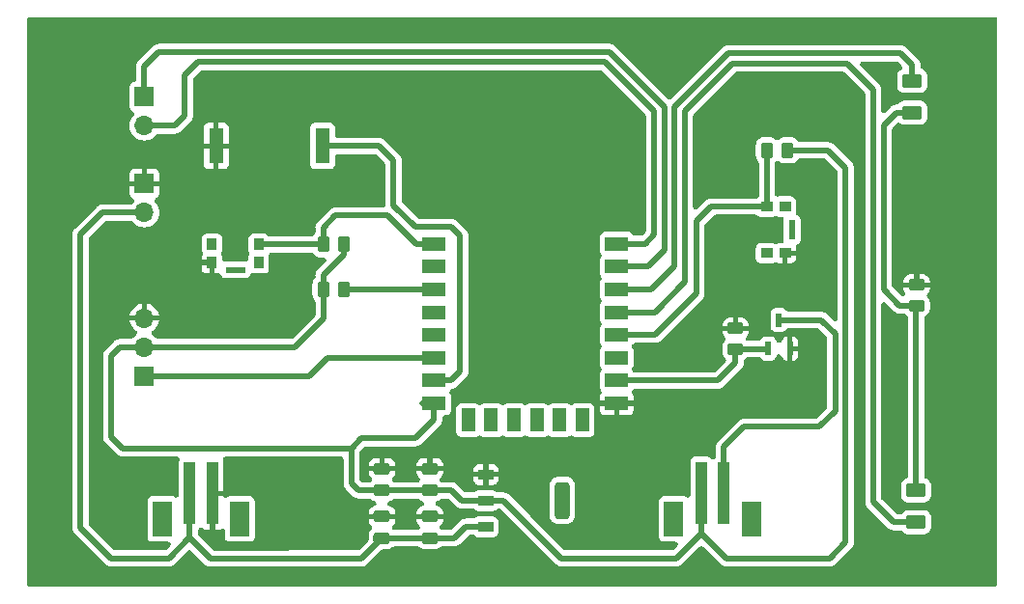
<source format=gbr>
%TF.GenerationSoftware,KiCad,Pcbnew,7.0.9*%
%TF.CreationDate,2024-03-28T23:27:42-04:00*%
%TF.ProjectId,esp_1st_iter_robot,6573705f-3173-4745-9f69-7465725f726f,rev?*%
%TF.SameCoordinates,Original*%
%TF.FileFunction,Copper,L1,Top*%
%TF.FilePolarity,Positive*%
%FSLAX46Y46*%
G04 Gerber Fmt 4.6, Leading zero omitted, Abs format (unit mm)*
G04 Created by KiCad (PCBNEW 7.0.9) date 2024-03-28 23:27:42*
%MOMM*%
%LPD*%
G01*
G04 APERTURE LIST*
G04 Aperture macros list*
%AMRoundRect*
0 Rectangle with rounded corners*
0 $1 Rounding radius*
0 $2 $3 $4 $5 $6 $7 $8 $9 X,Y pos of 4 corners*
0 Add a 4 corners polygon primitive as box body*
4,1,4,$2,$3,$4,$5,$6,$7,$8,$9,$2,$3,0*
0 Add four circle primitives for the rounded corners*
1,1,$1+$1,$2,$3*
1,1,$1+$1,$4,$5*
1,1,$1+$1,$6,$7*
1,1,$1+$1,$8,$9*
0 Add four rect primitives between the rounded corners*
20,1,$1+$1,$2,$3,$4,$5,0*
20,1,$1+$1,$4,$5,$6,$7,0*
20,1,$1+$1,$6,$7,$8,$9,0*
20,1,$1+$1,$8,$9,$2,$3,0*%
G04 Aperture macros list end*
%TA.AperFunction,SMDPad,CuDef*%
%ADD10RoundRect,0.065100X-0.589900X-0.399900X0.589900X-0.399900X0.589900X0.399900X-0.589900X0.399900X0*%
%TD*%
%TA.AperFunction,SMDPad,CuDef*%
%ADD11RoundRect,0.314400X-0.340600X-1.305600X0.340600X-1.305600X0.340600X1.305600X-0.340600X1.305600X0*%
%TD*%
%TA.AperFunction,ComponentPad*%
%ADD12R,1.700000X1.700000*%
%TD*%
%TA.AperFunction,ComponentPad*%
%ADD13O,1.700000X1.700000*%
%TD*%
%TA.AperFunction,SMDPad,CuDef*%
%ADD14RoundRect,0.250000X-0.475000X0.250000X-0.475000X-0.250000X0.475000X-0.250000X0.475000X0.250000X0*%
%TD*%
%TA.AperFunction,SMDPad,CuDef*%
%ADD15R,1.701800X3.098800*%
%TD*%
%TA.AperFunction,SMDPad,CuDef*%
%ADD16R,0.990600X5.511800*%
%TD*%
%TA.AperFunction,SMDPad,CuDef*%
%ADD17RoundRect,0.250000X-0.625000X0.375000X-0.625000X-0.375000X0.625000X-0.375000X0.625000X0.375000X0*%
%TD*%
%TA.AperFunction,SMDPad,CuDef*%
%ADD18R,2.000000X1.200000*%
%TD*%
%TA.AperFunction,SMDPad,CuDef*%
%ADD19R,1.200000X2.000000*%
%TD*%
%TA.AperFunction,SMDPad,CuDef*%
%ADD20RoundRect,0.250000X0.262500X0.450000X-0.262500X0.450000X-0.262500X-0.450000X0.262500X-0.450000X0*%
%TD*%
%TA.AperFunction,SMDPad,CuDef*%
%ADD21RoundRect,0.250000X0.450000X-0.262500X0.450000X0.262500X-0.450000X0.262500X-0.450000X-0.262500X0*%
%TD*%
%TA.AperFunction,SMDPad,CuDef*%
%ADD22RoundRect,0.250000X-0.262500X-0.450000X0.262500X-0.450000X0.262500X0.450000X-0.262500X0.450000X0*%
%TD*%
%TA.AperFunction,SMDPad,CuDef*%
%ADD23R,1.295400X3.149600*%
%TD*%
%TA.AperFunction,SMDPad,CuDef*%
%ADD24RoundRect,0.088500X0.206500X-0.516500X0.206500X0.516500X-0.206500X0.516500X-0.206500X-0.516500X0*%
%TD*%
%TA.AperFunction,SMDPad,CuDef*%
%ADD25RoundRect,0.250000X0.475000X-0.250000X0.475000X0.250000X-0.475000X0.250000X-0.475000X-0.250000X0*%
%TD*%
%TA.AperFunction,SMDPad,CuDef*%
%ADD26RoundRect,0.250000X0.625000X-0.375000X0.625000X0.375000X-0.625000X0.375000X-0.625000X-0.375000X0*%
%TD*%
%TA.AperFunction,SMDPad,CuDef*%
%ADD27R,0.990600X0.889000*%
%TD*%
%TA.AperFunction,SMDPad,CuDef*%
%ADD28R,0.558800X1.701800*%
%TD*%
%TA.AperFunction,SMDPad,CuDef*%
%ADD29R,0.889000X0.990600*%
%TD*%
%TA.AperFunction,SMDPad,CuDef*%
%ADD30R,1.701800X0.558800*%
%TD*%
%TA.AperFunction,Conductor*%
%ADD31C,0.508000*%
%TD*%
G04 APERTURE END LIST*
D10*
%TO.P,U2,1,GND/ADJ*%
%TO.N,GND*%
X70188000Y-65147000D03*
%TO.P,U2,2,VOUT*%
%TO.N,VCC*%
X70188000Y-67437000D03*
%TO.P,U2,3,VIN*%
%TO.N,Net-(J4-Pin_2)*%
X70188000Y-69727000D03*
D11*
%TO.P,U2,4*%
%TO.N,N/C*%
X76878000Y-67437000D03*
%TD*%
D12*
%TO.P,J5,1,Pin_1*%
%TO.N,/servo*%
X40259000Y-56515000D03*
D13*
%TO.P,J5,2,Pin_2*%
%TO.N,VCC*%
X40259000Y-53975000D03*
%TO.P,J5,3,Pin_3*%
%TO.N,GND*%
X40259000Y-51435000D03*
%TD*%
D12*
%TO.P,J4,1,Pin_1*%
%TO.N,GND*%
X40259000Y-39624000D03*
D13*
%TO.P,J4,2,Pin_2*%
%TO.N,Net-(J4-Pin_2)*%
X40259000Y-42164000D03*
%TD*%
D14*
%TO.P,C2,1*%
%TO.N,GND*%
X65278000Y-68834000D03*
%TO.P,C2,2*%
%TO.N,Net-(J4-Pin_2)*%
X65278000Y-70734000D03*
%TD*%
D15*
%TO.P,J1,4*%
%TO.N,N/C*%
X86659001Y-69052001D03*
%TO.P,J1,3*%
X93458997Y-69052001D03*
D16*
%TO.P,J1,2,2*%
%TO.N,VCC*%
X89058998Y-66802000D03*
%TO.P,J1,1,1*%
%TO.N,Net-(J1-Pad1)*%
X91059000Y-66802000D03*
%TD*%
D17*
%TO.P,D2,1,K*%
%TO.N,Net-(D2-K)*%
X107569000Y-30601000D03*
%TO.P,D2,2,A*%
%TO.N,Net-(D1-A)*%
X107569000Y-33401000D03*
%TD*%
D18*
%TO.P,U1,1,RST*%
%TO.N,Net-(U1-RST)*%
X65660000Y-44907000D03*
%TO.P,U1,2,ADC*%
%TO.N,unconnected-(U1-ADC-Pad2)*%
X65660000Y-46907000D03*
%TO.P,U1,3,EN*%
%TO.N,Net-(U1-EN)*%
X65660000Y-48907000D03*
%TO.P,U1,4,GPIO16*%
%TO.N,unconnected-(U1-GPIO16-Pad4)*%
X65660000Y-50907000D03*
%TO.P,U1,5,GPIO14*%
%TO.N,unconnected-(U1-GPIO14-Pad5)*%
X65660000Y-52907000D03*
%TO.P,U1,6,GPIO12*%
%TO.N,/servo*%
X65660000Y-54907000D03*
%TO.P,U1,7,GPIO13*%
%TO.N,Net-(U1-GPIO13)*%
X65660000Y-56907000D03*
%TO.P,U1,8,VCC*%
%TO.N,VCC*%
X65660000Y-58907000D03*
D19*
%TO.P,U1,9,CS0*%
%TO.N,unconnected-(U1-CS0-Pad9)*%
X68660000Y-60387000D03*
%TO.P,U1,10,MISO*%
%TO.N,unconnected-(U1-MISO-Pad10)*%
X70660000Y-60387000D03*
%TO.P,U1,11,IO9*%
%TO.N,unconnected-(U1-IO9-Pad11)*%
X72660000Y-60387000D03*
%TO.P,U1,12,IO10*%
%TO.N,unconnected-(U1-IO10-Pad12)*%
X74660000Y-60387000D03*
%TO.P,U1,13,MOSI*%
%TO.N,unconnected-(U1-MOSI-Pad13)*%
X76660000Y-60387000D03*
%TO.P,U1,14,SCLK*%
%TO.N,unconnected-(U1-SCLK-Pad14)*%
X78660000Y-60387000D03*
D18*
%TO.P,U1,15,GND*%
%TO.N,GND*%
X81660000Y-58907000D03*
%TO.P,U1,16,GPIO15*%
%TO.N,/DC*%
X81660000Y-56907000D03*
%TO.P,U1,17,GPIO2*%
%TO.N,unconnected-(U1-GPIO2-Pad17)*%
X81660000Y-54907000D03*
%TO.P,U1,18,GPIO0*%
%TO.N,Net-(U1-GPIO0)*%
X81660000Y-52907000D03*
%TO.P,U1,19,GPIO4*%
%TO.N,Net-(D1-K)*%
X81660000Y-50907000D03*
%TO.P,U1,20,GPIO5*%
%TO.N,Net-(D2-K)*%
X81660000Y-48907000D03*
%TO.P,U1,21,RXD*%
%TO.N,Net-(J3-Pin_1)*%
X81660000Y-46907000D03*
%TO.P,U1,22,TXD*%
%TO.N,Net-(J3-Pin_2)*%
X81660000Y-44907000D03*
%TD*%
D20*
%TO.P,R2,1*%
%TO.N,VCC*%
X96647000Y-36703000D03*
%TO.P,R2,2*%
%TO.N,Net-(U1-GPIO0)*%
X94822000Y-36703000D03*
%TD*%
D21*
%TO.P,R3,1*%
%TO.N,/DC*%
X92075000Y-54149000D03*
%TO.P,R3,2*%
%TO.N,GND*%
X92075000Y-52324000D03*
%TD*%
D22*
%TO.P,R1,1*%
%TO.N,Net-(U1-RST)*%
X55960000Y-44958000D03*
%TO.P,R1,2*%
%TO.N,VCC*%
X57785000Y-44958000D03*
%TD*%
D23*
%TO.P,U3,1,1*%
%TO.N,Net-(U1-GPIO13)*%
X55880000Y-36322000D03*
%TO.P,U3,2,2*%
%TO.N,GND*%
X46558200Y-36322000D03*
%TD*%
D24*
%TO.P,Q1,1*%
%TO.N,/DC*%
X94935000Y-54095500D03*
%TO.P,Q1,2*%
%TO.N,GND*%
X96835000Y-54095500D03*
%TO.P,Q1,3*%
%TO.N,Net-(J1-Pad1)*%
X95885000Y-51585500D03*
%TD*%
D25*
%TO.P,C3,1*%
%TO.N,VCC*%
X61087000Y-66543000D03*
%TO.P,C3,2*%
%TO.N,GND*%
X61087000Y-64643000D03*
%TD*%
D26*
%TO.P,D1,1,K*%
%TO.N,Net-(D1-K)*%
X107889000Y-69342000D03*
%TO.P,D1,2,A*%
%TO.N,Net-(D1-A)*%
X107889000Y-66542000D03*
%TD*%
D27*
%TO.P,SW2,1,1*%
%TO.N,unconnected-(SW2-Pad1)*%
X96403000Y-41638002D03*
%TO.P,SW2,2,2*%
%TO.N,GND*%
X96403000Y-45737998D03*
%TO.P,SW2,3,3*%
%TO.N,Net-(U1-GPIO0)*%
X94802998Y-41638002D03*
%TO.P,SW2,4,4*%
%TO.N,unconnected-(SW2-Pad4)*%
X94802998Y-45737998D03*
D28*
%TO.P,SW2,5,5*%
%TO.N,unconnected-(SW2-Pad5)*%
X97028000Y-43688000D03*
%TD*%
D25*
%TO.P,C4,1*%
%TO.N,VCC*%
X65278000Y-66543000D03*
%TO.P,C4,2*%
%TO.N,GND*%
X65278000Y-64643000D03*
%TD*%
D29*
%TO.P,SW1,1,1*%
%TO.N,unconnected-(SW1-Pad1)*%
X50292000Y-46558002D03*
%TO.P,SW1,2,2*%
%TO.N,GND*%
X46192004Y-46558002D03*
%TO.P,SW1,3,3*%
%TO.N,Net-(U1-RST)*%
X50292000Y-44958000D03*
%TO.P,SW1,4,4*%
%TO.N,unconnected-(SW1-Pad4)*%
X46192004Y-44958000D03*
D30*
%TO.P,SW1,5,5*%
%TO.N,unconnected-(SW1-Pad5)*%
X48242002Y-47183002D03*
%TD*%
D15*
%TO.P,J2,4*%
%TO.N,N/C*%
X41829251Y-69052001D03*
%TO.P,J2,3*%
X48629247Y-69052001D03*
D16*
%TO.P,J2,2,2*%
%TO.N,Net-(J4-Pin_2)*%
X44229248Y-66802000D03*
%TO.P,J2,1,1*%
%TO.N,GND*%
X46229250Y-66802000D03*
%TD*%
D14*
%TO.P,C1,1*%
%TO.N,GND*%
X61087000Y-68834000D03*
%TO.P,C1,2*%
%TO.N,Net-(J4-Pin_2)*%
X61087000Y-70734000D03*
%TD*%
D20*
%TO.P,R4,1*%
%TO.N,Net-(U1-EN)*%
X57785000Y-48895000D03*
%TO.P,R4,2*%
%TO.N,VCC*%
X55960000Y-48895000D03*
%TD*%
D12*
%TO.P,J3,1,Pin_1*%
%TO.N,Net-(J3-Pin_1)*%
X40259000Y-32004000D03*
D13*
%TO.P,J3,2,Pin_2*%
%TO.N,Net-(J3-Pin_2)*%
X40259000Y-34544000D03*
%TD*%
D21*
%TO.P,R5,1*%
%TO.N,Net-(D1-A)*%
X107950000Y-50339000D03*
%TO.P,R5,2*%
%TO.N,GND*%
X107950000Y-48514000D03*
%TD*%
D31*
%TO.N,Net-(J4-Pin_2)*%
X34671000Y-69850000D02*
X37338000Y-72517000D01*
X37338000Y-72517000D02*
X42418000Y-72517000D01*
X42418000Y-72517000D02*
X44229248Y-70705752D01*
X34671000Y-44069000D02*
X34671000Y-69850000D01*
X36576000Y-42164000D02*
X34671000Y-44069000D01*
X40259000Y-42164000D02*
X36576000Y-42164000D01*
%TO.N,VCC*%
X37338000Y-61849000D02*
X38354000Y-62865000D01*
X37338000Y-54737000D02*
X37338000Y-61849000D01*
X38100000Y-53975000D02*
X37338000Y-54737000D01*
X40259000Y-53975000D02*
X38100000Y-53975000D01*
X38354000Y-62865000D02*
X58420000Y-62865000D01*
%TO.N,Net-(U1-GPIO13)*%
X67172000Y-56907000D02*
X65660000Y-56907000D01*
X67945000Y-44196000D02*
X67945000Y-56134000D01*
X64008000Y-43434000D02*
X67183000Y-43434000D01*
X62103000Y-41529000D02*
X64008000Y-43434000D01*
X67183000Y-43434000D02*
X67945000Y-44196000D01*
X62103000Y-37592000D02*
X62103000Y-41529000D01*
X67945000Y-56134000D02*
X67172000Y-56907000D01*
X60833000Y-36322000D02*
X62103000Y-37592000D01*
X55880000Y-36322000D02*
X60833000Y-36322000D01*
%TO.N,Net-(D1-A)*%
X105048000Y-34525000D02*
X105048000Y-48914000D01*
X106473000Y-50339000D02*
X107950000Y-50339000D01*
X106172000Y-33401000D02*
X105048000Y-34525000D01*
X105048000Y-48914000D02*
X106473000Y-50339000D01*
X107569000Y-33401000D02*
X106172000Y-33401000D01*
%TO.N,Net-(D1-K)*%
X105918000Y-69342000D02*
X107889000Y-69342000D01*
X104140000Y-67564000D02*
X105918000Y-69342000D01*
X104140000Y-31369000D02*
X104140000Y-67564000D01*
X87649000Y-33255000D02*
X91802000Y-29102000D01*
X87649000Y-48241000D02*
X87649000Y-33255000D01*
X101873000Y-29102000D02*
X104140000Y-31369000D01*
X84983000Y-50907000D02*
X87649000Y-48241000D01*
X91802000Y-29102000D02*
X101873000Y-29102000D01*
X81660000Y-50907000D02*
X84983000Y-50907000D01*
%TO.N,Net-(J1-Pad1)*%
X100819000Y-59582000D02*
X100819000Y-52813000D01*
X99591500Y-51585500D02*
X95885000Y-51585500D01*
X99441000Y-60960000D02*
X100819000Y-59582000D01*
X92837000Y-60960000D02*
X99441000Y-60960000D01*
X91059000Y-66802000D02*
X91059000Y-62738000D01*
X91059000Y-62738000D02*
X92837000Y-60960000D01*
X100819000Y-52813000D02*
X99591500Y-51585500D01*
%TO.N,VCC*%
X91249996Y-72517000D02*
X89058998Y-70326002D01*
X101727000Y-71120000D02*
X100330000Y-72517000D01*
X100330000Y-72517000D02*
X91249996Y-72517000D01*
X100203000Y-36703000D02*
X101727000Y-38227000D01*
X101727000Y-38227000D02*
X101727000Y-71120000D01*
X96647000Y-36703000D02*
X100203000Y-36703000D01*
%TO.N,Net-(U1-GPIO0)*%
X88646000Y-42926000D02*
X89933998Y-41638002D01*
X89933998Y-41638002D02*
X94802998Y-41638002D01*
X88646000Y-49276000D02*
X88646000Y-42926000D01*
X81660000Y-52907000D02*
X85015000Y-52907000D01*
X85015000Y-52907000D02*
X88646000Y-49276000D01*
%TO.N,Net-(J3-Pin_2)*%
X42926000Y-34544000D02*
X40259000Y-34544000D01*
X43815000Y-33655000D02*
X42926000Y-34544000D01*
X43815000Y-30099000D02*
X43815000Y-33655000D01*
X44939000Y-28975000D02*
X43815000Y-30099000D01*
X80649894Y-28975000D02*
X44939000Y-28975000D01*
X84125000Y-44907000D02*
X84925000Y-44107000D01*
X84925000Y-44107000D02*
X84925000Y-33250106D01*
X81660000Y-44907000D02*
X84125000Y-44907000D01*
X84925000Y-33250106D02*
X80649894Y-28975000D01*
%TO.N,Net-(J3-Pin_1)*%
X41529000Y-28067000D02*
X40259000Y-29337000D01*
X81026000Y-28067000D02*
X41529000Y-28067000D01*
X85833000Y-32874000D02*
X81026000Y-28067000D01*
X85833000Y-45485000D02*
X85833000Y-32874000D01*
X40259000Y-29337000D02*
X40259000Y-32004000D01*
X84411000Y-46907000D02*
X85833000Y-45485000D01*
X81660000Y-46907000D02*
X84411000Y-46907000D01*
%TO.N,Net-(D2-K)*%
X106553000Y-28194000D02*
X107569000Y-29210000D01*
X86741000Y-32878894D02*
X91425894Y-28194000D01*
X86741000Y-46863000D02*
X86741000Y-32878894D01*
X84697000Y-48907000D02*
X86741000Y-46863000D01*
X91425894Y-28194000D02*
X106553000Y-28194000D01*
X81660000Y-48907000D02*
X84697000Y-48907000D01*
X107569000Y-29210000D02*
X107569000Y-30601000D01*
%TO.N,/servo*%
X54737000Y-56515000D02*
X40259000Y-56515000D01*
%TO.N,VCC*%
X53467000Y-53975000D02*
X40259000Y-53975000D01*
X55960000Y-51482000D02*
X53467000Y-53975000D01*
X55960000Y-48895000D02*
X55960000Y-51482000D01*
%TO.N,Net-(U1-GPIO0)*%
X94822000Y-41619000D02*
X94802998Y-41638002D01*
X94822000Y-36703000D02*
X94822000Y-41619000D01*
%TO.N,VCC*%
X86868000Y-72517000D02*
X89058998Y-70326002D01*
X76835000Y-72517000D02*
X86868000Y-72517000D01*
X71755000Y-67437000D02*
X76835000Y-72517000D01*
X70188000Y-67437000D02*
X71755000Y-67437000D01*
X89058998Y-70326002D02*
X89058998Y-66802000D01*
%TO.N,Net-(J4-Pin_2)*%
X44229248Y-70705752D02*
X44229248Y-66802000D01*
%TO.N,/DC*%
X92075000Y-55372000D02*
X92075000Y-54149000D01*
X90540000Y-56907000D02*
X92075000Y-55372000D01*
X81660000Y-56907000D02*
X90540000Y-56907000D01*
%TO.N,Net-(D1-A)*%
X107889000Y-50400000D02*
X107950000Y-50339000D01*
X107889000Y-66542000D02*
X107889000Y-50400000D01*
%TO.N,VCC*%
X68072000Y-67437000D02*
X70188000Y-67437000D01*
X67178000Y-66543000D02*
X68072000Y-67437000D01*
X65278000Y-66543000D02*
X67178000Y-66543000D01*
%TO.N,Net-(J4-Pin_2)*%
X67442000Y-70734000D02*
X65278000Y-70734000D01*
X68449000Y-69727000D02*
X67442000Y-70734000D01*
X70188000Y-69727000D02*
X68449000Y-69727000D01*
X61087000Y-70734000D02*
X65278000Y-70734000D01*
X52990998Y-72517000D02*
X52974999Y-72532999D01*
X59304000Y-72517000D02*
X52990998Y-72517000D01*
X61087000Y-70734000D02*
X59304000Y-72517000D01*
%TO.N,VCC*%
X61087000Y-66543000D02*
X65278000Y-66543000D01*
X59060000Y-66543000D02*
X61087000Y-66543000D01*
X59055000Y-66548000D02*
X59060000Y-66543000D01*
X58420000Y-65913000D02*
X59055000Y-66548000D01*
X58420000Y-62865000D02*
X58420000Y-65913000D01*
X64008000Y-61976000D02*
X59309000Y-61976000D01*
X59309000Y-61976000D02*
X58420000Y-62865000D01*
%TO.N,Net-(J4-Pin_2)*%
X46056495Y-72532999D02*
X44229248Y-70705752D01*
X52974999Y-72532999D02*
X46056495Y-72532999D01*
%TO.N,/servo*%
X56345000Y-54907000D02*
X54737000Y-56515000D01*
X65660000Y-54907000D02*
X56345000Y-54907000D01*
%TO.N,VCC*%
X55960000Y-47672000D02*
X55960000Y-48895000D01*
X57785000Y-45847000D02*
X55960000Y-47672000D01*
X57785000Y-44958000D02*
X57785000Y-45847000D01*
%TO.N,Net-(U1-EN)*%
X63476000Y-48895000D02*
X57785000Y-48895000D01*
X63488000Y-48907000D02*
X63476000Y-48895000D01*
%TO.N,Net-(U1-RST)*%
X55960000Y-44958000D02*
X50292000Y-44958000D01*
%TO.N,Net-(J4-Pin_2)*%
X52974999Y-72532999D02*
X52959000Y-72517000D01*
%TO.N,VCC*%
X65660000Y-58907000D02*
X65660000Y-60324000D01*
X65660000Y-60324000D02*
X64008000Y-61976000D01*
X64622000Y-58907000D02*
X65660000Y-58907000D01*
%TO.N,/DC*%
X92064000Y-54160000D02*
X92075000Y-54149000D01*
X92075000Y-54149000D02*
X94881500Y-54149000D01*
X94881500Y-54149000D02*
X94935000Y-54095500D01*
%TO.N,Net-(U1-RST)*%
X61595000Y-42418000D02*
X64084000Y-44907000D01*
X55960000Y-44958000D02*
X55960000Y-43481000D01*
X57023000Y-42418000D02*
X61595000Y-42418000D01*
X64084000Y-44907000D02*
X65660000Y-44907000D01*
X55960000Y-43481000D02*
X57023000Y-42418000D01*
%TO.N,Net-(U1-EN)*%
X63488000Y-48907000D02*
X65660000Y-48907000D01*
%TD*%
%TA.AperFunction,Conductor*%
%TO.N,GND*%
G36*
X114866609Y-25019866D02*
G01*
X114941964Y-25074615D01*
X114988537Y-25155280D01*
X114999500Y-25224500D01*
X114999500Y-74775500D01*
X114980134Y-74866609D01*
X114925385Y-74941964D01*
X114844720Y-74988537D01*
X114775500Y-74999500D01*
X30224500Y-74999500D01*
X30133391Y-74980134D01*
X30058036Y-74925385D01*
X30011463Y-74844720D01*
X30000500Y-74775500D01*
X30000500Y-69892848D01*
X33962620Y-69892848D01*
X33973592Y-69952726D01*
X33974609Y-69959411D01*
X33981947Y-70019830D01*
X33981950Y-70019843D01*
X33982363Y-70020931D01*
X33993244Y-70059959D01*
X33993458Y-70061128D01*
X33993458Y-70061129D01*
X34018446Y-70116651D01*
X34021036Y-70122903D01*
X34042612Y-70179797D01*
X34042617Y-70179805D01*
X34043278Y-70180763D01*
X34063189Y-70216064D01*
X34063672Y-70217138D01*
X34063673Y-70217139D01*
X34063674Y-70217141D01*
X34087626Y-70247713D01*
X34101208Y-70265050D01*
X34105218Y-70270499D01*
X34139800Y-70320600D01*
X34139801Y-70320601D01*
X34185364Y-70360966D01*
X34190291Y-70365604D01*
X36822401Y-72997716D01*
X36827032Y-73002634D01*
X36867399Y-73048199D01*
X36890577Y-73064197D01*
X36917490Y-73082774D01*
X36922941Y-73086785D01*
X36970857Y-73124325D01*
X36971916Y-73124802D01*
X37007240Y-73144724D01*
X37008196Y-73145384D01*
X37008197Y-73145384D01*
X37008198Y-73145385D01*
X37050387Y-73161385D01*
X37065111Y-73166969D01*
X37071349Y-73169553D01*
X37126870Y-73194541D01*
X37128018Y-73194751D01*
X37167077Y-73205640D01*
X37167088Y-73205644D01*
X37168164Y-73206052D01*
X37228584Y-73213388D01*
X37235273Y-73214406D01*
X37295151Y-73225380D01*
X37355933Y-73221703D01*
X37362672Y-73221500D01*
X42393332Y-73221500D01*
X42400074Y-73221703D01*
X42460849Y-73225380D01*
X42520743Y-73214403D01*
X42527410Y-73213388D01*
X42587836Y-73206052D01*
X42588912Y-73205644D01*
X42627986Y-73194750D01*
X42629130Y-73194541D01*
X42662443Y-73179547D01*
X42684657Y-73169550D01*
X42690886Y-73166969D01*
X42747802Y-73145385D01*
X42748746Y-73144733D01*
X42784088Y-73124799D01*
X42785141Y-73124326D01*
X42833058Y-73086783D01*
X42838475Y-73082797D01*
X42888601Y-73048199D01*
X42928990Y-73002607D01*
X42933581Y-72997730D01*
X44070860Y-71860452D01*
X44148973Y-71809726D01*
X44240970Y-71795155D01*
X44330941Y-71819263D01*
X44387639Y-71860456D01*
X45540897Y-73013715D01*
X45545535Y-73018642D01*
X45585894Y-73064198D01*
X45635998Y-73098782D01*
X45641441Y-73102788D01*
X45689353Y-73140324D01*
X45690414Y-73140801D01*
X45725730Y-73160719D01*
X45726693Y-73161384D01*
X45783627Y-73182975D01*
X45789851Y-73185553D01*
X45845363Y-73210538D01*
X45845365Y-73210539D01*
X45846497Y-73210746D01*
X45885569Y-73221637D01*
X45886659Y-73222051D01*
X45886662Y-73222051D01*
X45886664Y-73222052D01*
X45947083Y-73229388D01*
X45953773Y-73230406D01*
X45969173Y-73233228D01*
X46013645Y-73241378D01*
X46074410Y-73237702D01*
X46081150Y-73237499D01*
X52890623Y-73237499D01*
X52930997Y-73241168D01*
X52931194Y-73241203D01*
X52932150Y-73241379D01*
X52968240Y-73239195D01*
X52981758Y-73239195D01*
X53017848Y-73241379D01*
X53053416Y-73234860D01*
X53066835Y-73233230D01*
X53102921Y-73231048D01*
X53102929Y-73231045D01*
X53116258Y-73228604D01*
X53116386Y-73229303D01*
X53167655Y-73221500D01*
X59279332Y-73221500D01*
X59286074Y-73221703D01*
X59346849Y-73225380D01*
X59406743Y-73214403D01*
X59413410Y-73213388D01*
X59473836Y-73206052D01*
X59474912Y-73205644D01*
X59513986Y-73194750D01*
X59515130Y-73194541D01*
X59548443Y-73179547D01*
X59570657Y-73169550D01*
X59576886Y-73166969D01*
X59633802Y-73145385D01*
X59634746Y-73144733D01*
X59670088Y-73124799D01*
X59671141Y-73124326D01*
X59719058Y-73086783D01*
X59724475Y-73082797D01*
X59774601Y-73048199D01*
X59814990Y-73002607D01*
X59819599Y-72997713D01*
X61067205Y-71750108D01*
X61145323Y-71699378D01*
X61225597Y-71684500D01*
X61618611Y-71684500D01*
X61618616Y-71684500D01*
X61689196Y-71678086D01*
X61851606Y-71627478D01*
X61997185Y-71539472D01*
X62032549Y-71504108D01*
X62110667Y-71453378D01*
X62190941Y-71438500D01*
X64174059Y-71438500D01*
X64265168Y-71457866D01*
X64332451Y-71504108D01*
X64367815Y-71539472D01*
X64513394Y-71627478D01*
X64675804Y-71678086D01*
X64746384Y-71684500D01*
X64746388Y-71684500D01*
X65809611Y-71684500D01*
X65809616Y-71684500D01*
X65880196Y-71678086D01*
X66042606Y-71627478D01*
X66188185Y-71539472D01*
X66223549Y-71504108D01*
X66301667Y-71453378D01*
X66381941Y-71438500D01*
X67417332Y-71438500D01*
X67424074Y-71438703D01*
X67484849Y-71442380D01*
X67544743Y-71431403D01*
X67551410Y-71430388D01*
X67611836Y-71423052D01*
X67612912Y-71422644D01*
X67651986Y-71411750D01*
X67653130Y-71411541D01*
X67694599Y-71392877D01*
X67708657Y-71386550D01*
X67714886Y-71383969D01*
X67771802Y-71362385D01*
X67772746Y-71361733D01*
X67808088Y-71341799D01*
X67809141Y-71341326D01*
X67857058Y-71303783D01*
X67862475Y-71299797D01*
X67912601Y-71265199D01*
X67952976Y-71219623D01*
X67957598Y-71214714D01*
X68675205Y-70497108D01*
X68753323Y-70446378D01*
X68833597Y-70431500D01*
X69073892Y-70431500D01*
X69165001Y-70450866D01*
X69217103Y-70486674D01*
X69217878Y-70485654D01*
X69343019Y-70580550D01*
X69343022Y-70580551D01*
X69343024Y-70580553D01*
X69474877Y-70632549D01*
X69557739Y-70642500D01*
X70818260Y-70642499D01*
X70901123Y-70632549D01*
X71032976Y-70580553D01*
X71145912Y-70494912D01*
X71152933Y-70485654D01*
X71231550Y-70381980D01*
X71231550Y-70381979D01*
X71231553Y-70381976D01*
X71283549Y-70250123D01*
X71293500Y-70167261D01*
X71293499Y-69286740D01*
X71283549Y-69203877D01*
X71231553Y-69072024D01*
X71231551Y-69072022D01*
X71231550Y-69072019D01*
X71145916Y-68959092D01*
X71145907Y-68959083D01*
X71032980Y-68873449D01*
X71032974Y-68873446D01*
X70997648Y-68859515D01*
X70901123Y-68821451D01*
X70901120Y-68821450D01*
X70901119Y-68821450D01*
X70833814Y-68813367D01*
X70818261Y-68811500D01*
X70818260Y-68811500D01*
X69557747Y-68811500D01*
X69557732Y-68811501D01*
X69474879Y-68821450D01*
X69343027Y-68873445D01*
X69343019Y-68873449D01*
X69217878Y-68968346D01*
X69216811Y-68966939D01*
X69154166Y-69007622D01*
X69073892Y-69022500D01*
X68473668Y-69022500D01*
X68466925Y-69022296D01*
X68406151Y-69018620D01*
X68406150Y-69018620D01*
X68406149Y-69018620D01*
X68346265Y-69029594D01*
X68339590Y-69030610D01*
X68303050Y-69035047D01*
X68279162Y-69037948D01*
X68279159Y-69037949D01*
X68278057Y-69038367D01*
X68239029Y-69049247D01*
X68237873Y-69049458D01*
X68237867Y-69049460D01*
X68182371Y-69074437D01*
X68176122Y-69077025D01*
X68119200Y-69098613D01*
X68119192Y-69098617D01*
X68118219Y-69099290D01*
X68082933Y-69119191D01*
X68081863Y-69119672D01*
X68081858Y-69119675D01*
X68033945Y-69157211D01*
X68028497Y-69161220D01*
X67978397Y-69195802D01*
X67978396Y-69195803D01*
X67938033Y-69241363D01*
X67933396Y-69246289D01*
X67215795Y-69963892D01*
X67137678Y-70014622D01*
X67057403Y-70029500D01*
X66381941Y-70029500D01*
X66290832Y-70010134D01*
X66223549Y-69963892D01*
X66201695Y-69942038D01*
X66150965Y-69863920D01*
X66136394Y-69771923D01*
X66160502Y-69681952D01*
X66201695Y-69625254D01*
X66308074Y-69518874D01*
X66396014Y-69373406D01*
X66396018Y-69373398D01*
X66446590Y-69211108D01*
X66452999Y-69140572D01*
X66453000Y-69140570D01*
X66453000Y-69059000D01*
X64103001Y-69059000D01*
X64103001Y-69140582D01*
X64109407Y-69211099D01*
X64109409Y-69211108D01*
X64159981Y-69373396D01*
X64159985Y-69373406D01*
X64247925Y-69518874D01*
X64354305Y-69625254D01*
X64405035Y-69703372D01*
X64419606Y-69795369D01*
X64395498Y-69885340D01*
X64354305Y-69942038D01*
X64332451Y-69963892D01*
X64254333Y-70014622D01*
X64174059Y-70029500D01*
X62190941Y-70029500D01*
X62099832Y-70010134D01*
X62032549Y-69963892D01*
X62010695Y-69942038D01*
X61959965Y-69863920D01*
X61945394Y-69771923D01*
X61969502Y-69681952D01*
X62010695Y-69625254D01*
X62117074Y-69518874D01*
X62205014Y-69373406D01*
X62205018Y-69373398D01*
X62255590Y-69211108D01*
X62261999Y-69140572D01*
X62262000Y-69140570D01*
X62262000Y-69059000D01*
X59912001Y-69059000D01*
X59912001Y-69140582D01*
X59918407Y-69211099D01*
X59918409Y-69211108D01*
X59968981Y-69373396D01*
X59968985Y-69373406D01*
X60056925Y-69518874D01*
X60163305Y-69625254D01*
X60214035Y-69703372D01*
X60228606Y-69795369D01*
X60204498Y-69885340D01*
X60163305Y-69942038D01*
X60056529Y-70048813D01*
X59968521Y-70194395D01*
X59917914Y-70356801D01*
X59911500Y-70427388D01*
X59911500Y-70820403D01*
X59892134Y-70911512D01*
X59845892Y-70978795D01*
X59077795Y-71746892D01*
X58999677Y-71797622D01*
X58919403Y-71812500D01*
X53043377Y-71812500D01*
X53003003Y-71808831D01*
X53001851Y-71808620D01*
X53001851Y-71808619D01*
X52987566Y-71809483D01*
X52981761Y-71809835D01*
X52968237Y-71809835D01*
X52948149Y-71808620D01*
X52948148Y-71808620D01*
X52948141Y-71808620D01*
X52928347Y-71812247D01*
X52914914Y-71813878D01*
X52831081Y-71818950D01*
X52817755Y-71821393D01*
X52817626Y-71820694D01*
X52766346Y-71828499D01*
X46441093Y-71828499D01*
X46349984Y-71809133D01*
X46282701Y-71762891D01*
X44999356Y-70479546D01*
X44948626Y-70401428D01*
X44933748Y-70321154D01*
X44933748Y-70076491D01*
X44953114Y-69985382D01*
X45007863Y-69910027D01*
X45024734Y-69896260D01*
X45039530Y-69885340D01*
X45046698Y-69880050D01*
X45049328Y-69876486D01*
X45057591Y-69869156D01*
X45058568Y-69868180D01*
X45058626Y-69868238D01*
X45119005Y-69814681D01*
X45207803Y-69786557D01*
X45300362Y-69796982D01*
X45380679Y-69844153D01*
X45409790Y-69876482D01*
X45412159Y-69879692D01*
X45521301Y-69960244D01*
X45521307Y-69960247D01*
X45649341Y-70005048D01*
X45649350Y-70005050D01*
X45679738Y-70007899D01*
X46004250Y-70007899D01*
X46004250Y-67027000D01*
X46454250Y-67027000D01*
X46454250Y-70007899D01*
X46778745Y-70007899D01*
X46778765Y-70007898D01*
X46809154Y-70005049D01*
X46937190Y-69960248D01*
X46937199Y-69960243D01*
X46970828Y-69935424D01*
X47055633Y-69896901D01*
X47148775Y-69896203D01*
X47234148Y-69933449D01*
X47296991Y-70002200D01*
X47326438Y-70090567D01*
X47327847Y-70115651D01*
X47327847Y-70655662D01*
X47330701Y-70686101D01*
X47330701Y-70686103D01*
X47375552Y-70814279D01*
X47375553Y-70814280D01*
X47375554Y-70814283D01*
X47456197Y-70923551D01*
X47565465Y-71004194D01*
X47693648Y-71049047D01*
X47724081Y-71051901D01*
X47724091Y-71051901D01*
X49534403Y-71051901D01*
X49534413Y-71051901D01*
X49564846Y-71049047D01*
X49693029Y-71004194D01*
X49802297Y-70923551D01*
X49882940Y-70814283D01*
X49927793Y-70686100D01*
X49930647Y-70655667D01*
X49930647Y-67448335D01*
X49927793Y-67417902D01*
X49903498Y-67348472D01*
X49882941Y-67289722D01*
X49882940Y-67289719D01*
X49802297Y-67180451D01*
X49693029Y-67099808D01*
X49693026Y-67099807D01*
X49693025Y-67099806D01*
X49564848Y-67054955D01*
X49556150Y-67054139D01*
X49534413Y-67052101D01*
X47724081Y-67052101D01*
X47703792Y-67054003D01*
X47693646Y-67054955D01*
X47693644Y-67054955D01*
X47565466Y-67099807D01*
X47531563Y-67124828D01*
X47446756Y-67163347D01*
X47353614Y-67164043D01*
X47268242Y-67126793D01*
X47205402Y-67058041D01*
X47205307Y-67057757D01*
X47174550Y-67027000D01*
X46454250Y-67027000D01*
X46004250Y-67027000D01*
X46004250Y-66801000D01*
X46023616Y-66709891D01*
X46078365Y-66634536D01*
X46159030Y-66587963D01*
X46228250Y-66577000D01*
X47174549Y-66577000D01*
X47174549Y-63991905D01*
X47174548Y-63991884D01*
X47171699Y-63961495D01*
X47138803Y-63867481D01*
X47126991Y-63775088D01*
X47153780Y-63685879D01*
X47214537Y-63615279D01*
X47298758Y-63575495D01*
X47350233Y-63569500D01*
X57491500Y-63569500D01*
X57582609Y-63588866D01*
X57657964Y-63643615D01*
X57704537Y-63724280D01*
X57715500Y-63793500D01*
X57715500Y-65888331D01*
X57715296Y-65895073D01*
X57711930Y-65950720D01*
X57711620Y-65955848D01*
X57722592Y-66015726D01*
X57723609Y-66022411D01*
X57730947Y-66082830D01*
X57730950Y-66082843D01*
X57731363Y-66083931D01*
X57742244Y-66122959D01*
X57742458Y-66124128D01*
X57742458Y-66124129D01*
X57767446Y-66179651D01*
X57770036Y-66185903D01*
X57791612Y-66242797D01*
X57791617Y-66242805D01*
X57792278Y-66243763D01*
X57812189Y-66279064D01*
X57812672Y-66280138D01*
X57812673Y-66280139D01*
X57812674Y-66280141D01*
X57836626Y-66310713D01*
X57850208Y-66328050D01*
X57854218Y-66333499D01*
X57888800Y-66383600D01*
X57888801Y-66383601D01*
X57934363Y-66423965D01*
X57939290Y-66428604D01*
X58589548Y-67078862D01*
X58589562Y-67078875D01*
X58617331Y-67106644D01*
X58648269Y-67125347D01*
X58659401Y-67133030D01*
X58687859Y-67155326D01*
X58720829Y-67170165D01*
X58732802Y-67176449D01*
X58763741Y-67195152D01*
X58780018Y-67200224D01*
X58798248Y-67205905D01*
X58810906Y-67210705D01*
X58843867Y-67225540D01*
X58843868Y-67225540D01*
X58843870Y-67225541D01*
X58879440Y-67232059D01*
X58892568Y-67235295D01*
X58927078Y-67246049D01*
X58963164Y-67248231D01*
X58976581Y-67249861D01*
X59012151Y-67256380D01*
X59048243Y-67254196D01*
X59061760Y-67254196D01*
X59097849Y-67256380D01*
X59126275Y-67251170D01*
X59166657Y-67247500D01*
X59983059Y-67247500D01*
X60074168Y-67266866D01*
X60141451Y-67313108D01*
X60176815Y-67348472D01*
X60291666Y-67417902D01*
X60322396Y-67436479D01*
X60445707Y-67474903D01*
X60526930Y-67520496D01*
X60582586Y-67595184D01*
X60603053Y-67686052D01*
X60584790Y-67777389D01*
X60530956Y-67853401D01*
X60450860Y-67900945D01*
X60445712Y-67902618D01*
X60322600Y-67940982D01*
X60322593Y-67940985D01*
X60177125Y-68028925D01*
X60056925Y-68149125D01*
X59968985Y-68294593D01*
X59968981Y-68294601D01*
X59918409Y-68456891D01*
X59912000Y-68527427D01*
X59912000Y-68609000D01*
X62261999Y-68609000D01*
X62261999Y-68527433D01*
X62261998Y-68527417D01*
X62255592Y-68456900D01*
X62255590Y-68456891D01*
X62205018Y-68294603D01*
X62205014Y-68294593D01*
X62117074Y-68149125D01*
X61996874Y-68028925D01*
X61851406Y-67940985D01*
X61851399Y-67940982D01*
X61728287Y-67902618D01*
X61647066Y-67857023D01*
X61591411Y-67782334D01*
X61570946Y-67691466D01*
X61589211Y-67600129D01*
X61643046Y-67524118D01*
X61723143Y-67476576D01*
X61728259Y-67474913D01*
X61813555Y-67448335D01*
X61851604Y-67436479D01*
X61882334Y-67417902D01*
X61997185Y-67348472D01*
X62032549Y-67313108D01*
X62110667Y-67262378D01*
X62190941Y-67247500D01*
X64174059Y-67247500D01*
X64265168Y-67266866D01*
X64332451Y-67313108D01*
X64367815Y-67348472D01*
X64482666Y-67417902D01*
X64513396Y-67436479D01*
X64636707Y-67474903D01*
X64717930Y-67520496D01*
X64773586Y-67595184D01*
X64794053Y-67686052D01*
X64775790Y-67777389D01*
X64721956Y-67853401D01*
X64641860Y-67900945D01*
X64636712Y-67902618D01*
X64513600Y-67940982D01*
X64513593Y-67940985D01*
X64368125Y-68028925D01*
X64247925Y-68149125D01*
X64159985Y-68294593D01*
X64159981Y-68294601D01*
X64109409Y-68456891D01*
X64103000Y-68527427D01*
X64103000Y-68609000D01*
X66452999Y-68609000D01*
X66452999Y-68527433D01*
X66452998Y-68527417D01*
X66446592Y-68456900D01*
X66446590Y-68456891D01*
X66396018Y-68294603D01*
X66396014Y-68294593D01*
X66308074Y-68149125D01*
X66187874Y-68028925D01*
X66042406Y-67940985D01*
X66042399Y-67940982D01*
X65919287Y-67902618D01*
X65838066Y-67857023D01*
X65782411Y-67782334D01*
X65761946Y-67691466D01*
X65780211Y-67600129D01*
X65834046Y-67524118D01*
X65914143Y-67476576D01*
X65919259Y-67474913D01*
X66004555Y-67448335D01*
X66042604Y-67436479D01*
X66073334Y-67417902D01*
X66188185Y-67348472D01*
X66223549Y-67313108D01*
X66301667Y-67262378D01*
X66381941Y-67247500D01*
X66793403Y-67247500D01*
X66884512Y-67266866D01*
X66951795Y-67313108D01*
X67556394Y-67917707D01*
X67561032Y-67922634D01*
X67601399Y-67968199D01*
X67651503Y-68002783D01*
X67656943Y-68006786D01*
X67704859Y-68044326D01*
X67705490Y-68044610D01*
X67705916Y-68044802D01*
X67741240Y-68064724D01*
X67742196Y-68065384D01*
X67742197Y-68065384D01*
X67742198Y-68065385D01*
X67773381Y-68077211D01*
X67799111Y-68086969D01*
X67805349Y-68089553D01*
X67860870Y-68114541D01*
X67862018Y-68114751D01*
X67901077Y-68125640D01*
X67901389Y-68125758D01*
X67902164Y-68126052D01*
X67962584Y-68133388D01*
X67969273Y-68134406D01*
X68029151Y-68145380D01*
X68089933Y-68141703D01*
X68096672Y-68141500D01*
X69073892Y-68141500D01*
X69165001Y-68160866D01*
X69217103Y-68196674D01*
X69217878Y-68195654D01*
X69343019Y-68290550D01*
X69343022Y-68290551D01*
X69343024Y-68290553D01*
X69474877Y-68342549D01*
X69557739Y-68352500D01*
X70818260Y-68352499D01*
X70901123Y-68342549D01*
X71032976Y-68290553D01*
X71064695Y-68266500D01*
X71158122Y-68195654D01*
X71159188Y-68197060D01*
X71221834Y-68156378D01*
X71302108Y-68141500D01*
X71370403Y-68141500D01*
X71461512Y-68160866D01*
X71528795Y-68207108D01*
X76319394Y-72997707D01*
X76324032Y-73002634D01*
X76364399Y-73048199D01*
X76414503Y-73082783D01*
X76419942Y-73086785D01*
X76467859Y-73124326D01*
X76468490Y-73124610D01*
X76468916Y-73124802D01*
X76504240Y-73144724D01*
X76505196Y-73145384D01*
X76505197Y-73145384D01*
X76505198Y-73145385D01*
X76547387Y-73161385D01*
X76562111Y-73166969D01*
X76568349Y-73169553D01*
X76623870Y-73194541D01*
X76625018Y-73194751D01*
X76664077Y-73205640D01*
X76664088Y-73205644D01*
X76665164Y-73206052D01*
X76725584Y-73213388D01*
X76732273Y-73214406D01*
X76792151Y-73225380D01*
X76852933Y-73221703D01*
X76859672Y-73221500D01*
X86843332Y-73221500D01*
X86850074Y-73221703D01*
X86910849Y-73225380D01*
X86970743Y-73214403D01*
X86977410Y-73213388D01*
X87037836Y-73206052D01*
X87038912Y-73205644D01*
X87077986Y-73194750D01*
X87079130Y-73194541D01*
X87112443Y-73179547D01*
X87134657Y-73169550D01*
X87140886Y-73166969D01*
X87197802Y-73145385D01*
X87198746Y-73144733D01*
X87234088Y-73124799D01*
X87235141Y-73124326D01*
X87283058Y-73086783D01*
X87288475Y-73082797D01*
X87338601Y-73048199D01*
X87378990Y-73002607D01*
X87383581Y-72997730D01*
X88900610Y-71480702D01*
X88978723Y-71429976D01*
X89070720Y-71415405D01*
X89160691Y-71439513D01*
X89217389Y-71480706D01*
X90734390Y-72997707D01*
X90739028Y-73002634D01*
X90779395Y-73048199D01*
X90829487Y-73082775D01*
X90829502Y-73082785D01*
X90834932Y-73086780D01*
X90882855Y-73124325D01*
X90882857Y-73124326D01*
X90883912Y-73124801D01*
X90919230Y-73144720D01*
X90919236Y-73144724D01*
X90920194Y-73145385D01*
X90977138Y-73166980D01*
X90983346Y-73169552D01*
X91013159Y-73182970D01*
X91038863Y-73194539D01*
X91038864Y-73194539D01*
X91038866Y-73194540D01*
X91039998Y-73194747D01*
X91079070Y-73205638D01*
X91080160Y-73206052D01*
X91130695Y-73212187D01*
X91140586Y-73213389D01*
X91147280Y-73214408D01*
X91207147Y-73225380D01*
X91267921Y-73221703D01*
X91274664Y-73221500D01*
X100305332Y-73221500D01*
X100312074Y-73221703D01*
X100372849Y-73225380D01*
X100432743Y-73214403D01*
X100439410Y-73213388D01*
X100499836Y-73206052D01*
X100500912Y-73205644D01*
X100539986Y-73194750D01*
X100541130Y-73194541D01*
X100574443Y-73179547D01*
X100596657Y-73169550D01*
X100602886Y-73166969D01*
X100659802Y-73145385D01*
X100660746Y-73144733D01*
X100696088Y-73124799D01*
X100697141Y-73124326D01*
X100745058Y-73086783D01*
X100750475Y-73082797D01*
X100800601Y-73048199D01*
X100840990Y-73002607D01*
X100845581Y-72997730D01*
X102207730Y-71635581D01*
X102212607Y-71630990D01*
X102258199Y-71590601D01*
X102292796Y-71540477D01*
X102296790Y-71535050D01*
X102334325Y-71487141D01*
X102334798Y-71486090D01*
X102354730Y-71450751D01*
X102355384Y-71449803D01*
X102355383Y-71449803D01*
X102355385Y-71449802D01*
X102376982Y-71392852D01*
X102379547Y-71386659D01*
X102404540Y-71331130D01*
X102404750Y-71329982D01*
X102415639Y-71290925D01*
X102415661Y-71290866D01*
X102416052Y-71289836D01*
X102419044Y-71265198D01*
X102423388Y-71229416D01*
X102424406Y-71222724D01*
X102435379Y-71162850D01*
X102431703Y-71102085D01*
X102431500Y-71095342D01*
X102431500Y-38251655D01*
X102431703Y-38244915D01*
X102435379Y-38184150D01*
X102424407Y-38124278D01*
X102423389Y-38117588D01*
X102416053Y-38057169D01*
X102416052Y-38057167D01*
X102416052Y-38057164D01*
X102415638Y-38056074D01*
X102404747Y-38017002D01*
X102404540Y-38015870D01*
X102379552Y-37960350D01*
X102376980Y-37954142D01*
X102355385Y-37897198D01*
X102354720Y-37896234D01*
X102334801Y-37860916D01*
X102334326Y-37859861D01*
X102334324Y-37859858D01*
X102324317Y-37847085D01*
X102296779Y-37811935D01*
X102292784Y-37806505D01*
X102258199Y-37756399D01*
X102212643Y-37716040D01*
X102207716Y-37711401D01*
X100718604Y-36222291D01*
X100713966Y-36217364D01*
X100695379Y-36196384D01*
X100673601Y-36171801D01*
X100623498Y-36137217D01*
X100618050Y-36133208D01*
X100600713Y-36119626D01*
X100570141Y-36095674D01*
X100570139Y-36095673D01*
X100570138Y-36095672D01*
X100569064Y-36095189D01*
X100533763Y-36075278D01*
X100532805Y-36074617D01*
X100532797Y-36074612D01*
X100486198Y-36056940D01*
X100475896Y-36053033D01*
X100469651Y-36050446D01*
X100414129Y-36025458D01*
X100412959Y-36025244D01*
X100373931Y-36014363D01*
X100372843Y-36013950D01*
X100372838Y-36013948D01*
X100372836Y-36013948D01*
X100372832Y-36013947D01*
X100372830Y-36013947D01*
X100312411Y-36006609D01*
X100305726Y-36005592D01*
X100258760Y-35996986D01*
X100245849Y-35994620D01*
X100245848Y-35994620D01*
X100240743Y-35994928D01*
X100185074Y-35998296D01*
X100178332Y-35998500D01*
X97700536Y-35998500D01*
X97609427Y-35979134D01*
X97534072Y-35924385D01*
X97508844Y-35890389D01*
X97464972Y-35817815D01*
X97344685Y-35697528D01*
X97199106Y-35609522D01*
X97199105Y-35609521D01*
X97199104Y-35609521D01*
X97036698Y-35558914D01*
X97013169Y-35556776D01*
X96966116Y-35552500D01*
X96327884Y-35552500D01*
X96287552Y-35556165D01*
X96257301Y-35558914D01*
X96094895Y-35609521D01*
X95949313Y-35697529D01*
X95892892Y-35753951D01*
X95814774Y-35804681D01*
X95722777Y-35819252D01*
X95632806Y-35795144D01*
X95576108Y-35753951D01*
X95519686Y-35697529D01*
X95519685Y-35697528D01*
X95374106Y-35609522D01*
X95374105Y-35609521D01*
X95374104Y-35609521D01*
X95211698Y-35558914D01*
X95188169Y-35556776D01*
X95141116Y-35552500D01*
X94502884Y-35552500D01*
X94462552Y-35556165D01*
X94432301Y-35558914D01*
X94269895Y-35609521D01*
X94124313Y-35697529D01*
X94004029Y-35817813D01*
X93916021Y-35963395D01*
X93865414Y-36125801D01*
X93865414Y-36125804D01*
X93859000Y-36196384D01*
X93859000Y-37209616D01*
X93862715Y-37250500D01*
X93865414Y-37280198D01*
X93909652Y-37422164D01*
X93916022Y-37442606D01*
X93960158Y-37515616D01*
X94004029Y-37588186D01*
X94051892Y-37636049D01*
X94102622Y-37714167D01*
X94117500Y-37794441D01*
X94117500Y-40660886D01*
X94098134Y-40751995D01*
X94043385Y-40827350D01*
X94026516Y-40841115D01*
X93972042Y-40881319D01*
X93970840Y-40879690D01*
X93910888Y-40918624D01*
X93830614Y-40933502D01*
X89958654Y-40933502D01*
X89951915Y-40933298D01*
X89891149Y-40929623D01*
X89831285Y-40940592D01*
X89824600Y-40941610D01*
X89764162Y-40948949D01*
X89763053Y-40949370D01*
X89724021Y-40960250D01*
X89722874Y-40960460D01*
X89722864Y-40960463D01*
X89667369Y-40985439D01*
X89661120Y-40988027D01*
X89604198Y-41009615D01*
X89604190Y-41009619D01*
X89603217Y-41010292D01*
X89567931Y-41030193D01*
X89566861Y-41030674D01*
X89566856Y-41030677D01*
X89518943Y-41068213D01*
X89513495Y-41072222D01*
X89463395Y-41106804D01*
X89463394Y-41106805D01*
X89423031Y-41152365D01*
X89418394Y-41157291D01*
X88735892Y-41839794D01*
X88657775Y-41890524D01*
X88565777Y-41905095D01*
X88475806Y-41880988D01*
X88403419Y-41822370D01*
X88361133Y-41739378D01*
X88353500Y-41681402D01*
X88353500Y-33639597D01*
X88372866Y-33548488D01*
X88419108Y-33481205D01*
X92028205Y-29872108D01*
X92106323Y-29821378D01*
X92186597Y-29806500D01*
X101488403Y-29806500D01*
X101579512Y-29825866D01*
X101646795Y-29872108D01*
X103369892Y-31595205D01*
X103420622Y-31673323D01*
X103435500Y-31753597D01*
X103435500Y-67539331D01*
X103435296Y-67546073D01*
X103431620Y-67606849D01*
X103433572Y-67617500D01*
X103442592Y-67666726D01*
X103443609Y-67673411D01*
X103450947Y-67733830D01*
X103450950Y-67733843D01*
X103451363Y-67734931D01*
X103462244Y-67773959D01*
X103462458Y-67775128D01*
X103462458Y-67775129D01*
X103487446Y-67830651D01*
X103490036Y-67836903D01*
X103511612Y-67893797D01*
X103511617Y-67893805D01*
X103512278Y-67894763D01*
X103532189Y-67930064D01*
X103532672Y-67931138D01*
X103532673Y-67931139D01*
X103532674Y-67931141D01*
X103556626Y-67961713D01*
X103570208Y-67979050D01*
X103574218Y-67984499D01*
X103608800Y-68034600D01*
X103608801Y-68034601D01*
X103654364Y-68074966D01*
X103659291Y-68079604D01*
X105402394Y-69822707D01*
X105407032Y-69827634D01*
X105447399Y-69873199D01*
X105497503Y-69907783D01*
X105502943Y-69911786D01*
X105550859Y-69949326D01*
X105551490Y-69949610D01*
X105551916Y-69949802D01*
X105587240Y-69969724D01*
X105588196Y-69970384D01*
X105588197Y-69970384D01*
X105588198Y-69970385D01*
X105627742Y-69985382D01*
X105645111Y-69991969D01*
X105651349Y-69994553D01*
X105706870Y-70019541D01*
X105708018Y-70019751D01*
X105747077Y-70030640D01*
X105747389Y-70030758D01*
X105748164Y-70031052D01*
X105808584Y-70038388D01*
X105815273Y-70039406D01*
X105875151Y-70050380D01*
X105935933Y-70046703D01*
X105942672Y-70046500D01*
X106518303Y-70046500D01*
X106609412Y-70065866D01*
X106684767Y-70120615D01*
X106702201Y-70144109D01*
X106708526Y-70152183D01*
X106708528Y-70152185D01*
X106828815Y-70272472D01*
X106974394Y-70360478D01*
X107136804Y-70411086D01*
X107207384Y-70417500D01*
X107207388Y-70417500D01*
X108570611Y-70417500D01*
X108570616Y-70417500D01*
X108641196Y-70411086D01*
X108803606Y-70360478D01*
X108949185Y-70272472D01*
X109069472Y-70152185D01*
X109157478Y-70006606D01*
X109208086Y-69844196D01*
X109214500Y-69773616D01*
X109214500Y-68910384D01*
X109208086Y-68839804D01*
X109157478Y-68677394D01*
X109069472Y-68531815D01*
X108949185Y-68411528D01*
X108803606Y-68323522D01*
X108803605Y-68323521D01*
X108803604Y-68323521D01*
X108641198Y-68272914D01*
X108617669Y-68270776D01*
X108570616Y-68266500D01*
X107207384Y-68266500D01*
X107167052Y-68270165D01*
X107136801Y-68272914D01*
X106974395Y-68323521D01*
X106828813Y-68411529D01*
X106708526Y-68531816D01*
X106700174Y-68542478D01*
X106698759Y-68541370D01*
X106646288Y-68597336D01*
X106560451Y-68633499D01*
X106518303Y-68637500D01*
X106302597Y-68637500D01*
X106211488Y-68618134D01*
X106144205Y-68571892D01*
X104910108Y-67337795D01*
X104859378Y-67259677D01*
X104844500Y-67179403D01*
X104844500Y-50247597D01*
X104863866Y-50156488D01*
X104918615Y-50081133D01*
X104999280Y-50034560D01*
X105091914Y-50024824D01*
X105180500Y-50053607D01*
X105226892Y-50089205D01*
X105957394Y-50819707D01*
X105962032Y-50824634D01*
X106002399Y-50870199D01*
X106002405Y-50870203D01*
X106002406Y-50870204D01*
X106052506Y-50904785D01*
X106057936Y-50908780D01*
X106105859Y-50946325D01*
X106105861Y-50946326D01*
X106106916Y-50946801D01*
X106142234Y-50966720D01*
X106143192Y-50967381D01*
X106143198Y-50967385D01*
X106200142Y-50988980D01*
X106206350Y-50991552D01*
X106240887Y-51007096D01*
X106261867Y-51016539D01*
X106261868Y-51016539D01*
X106261870Y-51016540D01*
X106263017Y-51016750D01*
X106302073Y-51027638D01*
X106303164Y-51028052D01*
X106303162Y-51028052D01*
X106363584Y-51035388D01*
X106370276Y-51036406D01*
X106430151Y-51047379D01*
X106490916Y-51043703D01*
X106497656Y-51043500D01*
X106858559Y-51043500D01*
X106949668Y-51062866D01*
X107016951Y-51109108D01*
X107064815Y-51156972D01*
X107076383Y-51163965D01*
X107144334Y-51227671D01*
X107180498Y-51313508D01*
X107184500Y-51355660D01*
X107184500Y-65293227D01*
X107165134Y-65384336D01*
X107110385Y-65459691D01*
X107029720Y-65506264D01*
X107027143Y-65507084D01*
X106974395Y-65523521D01*
X106828813Y-65611529D01*
X106708529Y-65731813D01*
X106620521Y-65877395D01*
X106569914Y-66039801D01*
X106569914Y-66039804D01*
X106566004Y-66082836D01*
X106563500Y-66110388D01*
X106563500Y-66973611D01*
X106569914Y-67044198D01*
X106620521Y-67206604D01*
X106620522Y-67206606D01*
X106708528Y-67352185D01*
X106828815Y-67472472D01*
X106974394Y-67560478D01*
X107136804Y-67611086D01*
X107207384Y-67617500D01*
X107207388Y-67617500D01*
X108570611Y-67617500D01*
X108570616Y-67617500D01*
X108641196Y-67611086D01*
X108803606Y-67560478D01*
X108949185Y-67472472D01*
X109069472Y-67352185D01*
X109157478Y-67206606D01*
X109208086Y-67044196D01*
X109214500Y-66973616D01*
X109214500Y-66110384D01*
X109208086Y-66039804D01*
X109157478Y-65877394D01*
X109069472Y-65731815D01*
X108949185Y-65611528D01*
X108803606Y-65523522D01*
X108803605Y-65523521D01*
X108803604Y-65523521D01*
X108750857Y-65507084D01*
X108669635Y-65461489D01*
X108613981Y-65386800D01*
X108593516Y-65295931D01*
X108593500Y-65293227D01*
X108593500Y-51429412D01*
X108612866Y-51338303D01*
X108667615Y-51262948D01*
X108701611Y-51237720D01*
X108835185Y-51156972D01*
X108955472Y-51036685D01*
X109043478Y-50891106D01*
X109094086Y-50728696D01*
X109100500Y-50658116D01*
X109100500Y-50019884D01*
X109094086Y-49949304D01*
X109043478Y-49786894D01*
X108955472Y-49641315D01*
X108898695Y-49584538D01*
X108847965Y-49506420D01*
X108833394Y-49414423D01*
X108857502Y-49324452D01*
X108898695Y-49267754D01*
X108955074Y-49211374D01*
X109043014Y-49065906D01*
X109043018Y-49065898D01*
X109093590Y-48903608D01*
X109099999Y-48833072D01*
X109100000Y-48833070D01*
X109100000Y-48739000D01*
X106800001Y-48739000D01*
X106800001Y-48833082D01*
X106806407Y-48903599D01*
X106806409Y-48903608D01*
X106856981Y-49065896D01*
X106856984Y-49065904D01*
X106912633Y-49157957D01*
X106943194Y-49245944D01*
X106935326Y-49338756D01*
X106890388Y-49420343D01*
X106816150Y-49476599D01*
X106725450Y-49497796D01*
X106633969Y-49480269D01*
X106562546Y-49432233D01*
X105818108Y-48687795D01*
X105767378Y-48609677D01*
X105752500Y-48529403D01*
X105752500Y-48289000D01*
X106800000Y-48289000D01*
X107725000Y-48289000D01*
X107725000Y-47551500D01*
X108175000Y-47551500D01*
X108175000Y-48289000D01*
X109099999Y-48289000D01*
X109099999Y-48194933D01*
X109099998Y-48194917D01*
X109093592Y-48124400D01*
X109093590Y-48124391D01*
X109043018Y-47962103D01*
X109043014Y-47962093D01*
X108955074Y-47816625D01*
X108834874Y-47696425D01*
X108689406Y-47608485D01*
X108689398Y-47608481D01*
X108527107Y-47557909D01*
X108527110Y-47557909D01*
X108456572Y-47551500D01*
X108175000Y-47551500D01*
X107725000Y-47551500D01*
X107443433Y-47551500D01*
X107443417Y-47551501D01*
X107372900Y-47557907D01*
X107372891Y-47557909D01*
X107210603Y-47608481D01*
X107210593Y-47608485D01*
X107065125Y-47696425D01*
X106944925Y-47816625D01*
X106856985Y-47962093D01*
X106856981Y-47962101D01*
X106806409Y-48124391D01*
X106800000Y-48194927D01*
X106800000Y-48289000D01*
X105752500Y-48289000D01*
X105752500Y-34909596D01*
X105771866Y-34818487D01*
X105818106Y-34751206D01*
X106216556Y-34352755D01*
X106294670Y-34302028D01*
X106386668Y-34287457D01*
X106476639Y-34311564D01*
X106497118Y-34324630D01*
X106497220Y-34324462D01*
X106508813Y-34331470D01*
X106508815Y-34331472D01*
X106654394Y-34419478D01*
X106816804Y-34470086D01*
X106887384Y-34476500D01*
X106887388Y-34476500D01*
X108250611Y-34476500D01*
X108250616Y-34476500D01*
X108321196Y-34470086D01*
X108483606Y-34419478D01*
X108629185Y-34331472D01*
X108749472Y-34211185D01*
X108837478Y-34065606D01*
X108888086Y-33903196D01*
X108894500Y-33832616D01*
X108894500Y-32969384D01*
X108888086Y-32898804D01*
X108837478Y-32736394D01*
X108749472Y-32590815D01*
X108629185Y-32470528D01*
X108483606Y-32382522D01*
X108483605Y-32382521D01*
X108483604Y-32382521D01*
X108321198Y-32331914D01*
X108297669Y-32329776D01*
X108250616Y-32325500D01*
X106887384Y-32325500D01*
X106847052Y-32329165D01*
X106816801Y-32331914D01*
X106654395Y-32382521D01*
X106508813Y-32470529D01*
X106388526Y-32590816D01*
X106380174Y-32601478D01*
X106378742Y-32600356D01*
X106326331Y-32656246D01*
X106240489Y-32692400D01*
X106184841Y-32695988D01*
X106129152Y-32692619D01*
X106129150Y-32692620D01*
X106069265Y-32703594D01*
X106062590Y-32704610D01*
X106026050Y-32709047D01*
X106002162Y-32711948D01*
X106002159Y-32711949D01*
X106001057Y-32712367D01*
X105962029Y-32723247D01*
X105960873Y-32723458D01*
X105960867Y-32723460D01*
X105905371Y-32748437D01*
X105899122Y-32751025D01*
X105842200Y-32772613D01*
X105842192Y-32772617D01*
X105841219Y-32773290D01*
X105805933Y-32793191D01*
X105804863Y-32793672D01*
X105804858Y-32793675D01*
X105756945Y-32831211D01*
X105751497Y-32835220D01*
X105701397Y-32869802D01*
X105701396Y-32869803D01*
X105661033Y-32915363D01*
X105656396Y-32920289D01*
X105226892Y-33349794D01*
X105148775Y-33400524D01*
X105056777Y-33415095D01*
X104966806Y-33390988D01*
X104894419Y-33332370D01*
X104852133Y-33249378D01*
X104844500Y-33191402D01*
X104844500Y-31393655D01*
X104844703Y-31386916D01*
X104848379Y-31326151D01*
X104837406Y-31266276D01*
X104836388Y-31259584D01*
X104829052Y-31199164D01*
X104828638Y-31198072D01*
X104817749Y-31159013D01*
X104817539Y-31157867D01*
X104808096Y-31136887D01*
X104792552Y-31102350D01*
X104789980Y-31096142D01*
X104768385Y-31039198D01*
X104767720Y-31038234D01*
X104747801Y-31002916D01*
X104747326Y-31001861D01*
X104747325Y-31001859D01*
X104709780Y-30953936D01*
X104705785Y-30948506D01*
X104671204Y-30898406D01*
X104671203Y-30898405D01*
X104671199Y-30898399D01*
X104625634Y-30858032D01*
X104620707Y-30853394D01*
X103048205Y-29280892D01*
X102997475Y-29202774D01*
X102982904Y-29110777D01*
X103007012Y-29020806D01*
X103065629Y-28948419D01*
X103148622Y-28906133D01*
X103206597Y-28898500D01*
X106168403Y-28898500D01*
X106259512Y-28917866D01*
X106326795Y-28964108D01*
X106633469Y-29270782D01*
X106684199Y-29348900D01*
X106698770Y-29440897D01*
X106674662Y-29530868D01*
X106616045Y-29603255D01*
X106590962Y-29620868D01*
X106508814Y-29670528D01*
X106388529Y-29790813D01*
X106300521Y-29936395D01*
X106249914Y-30098801D01*
X106249914Y-30098804D01*
X106243500Y-30169384D01*
X106243500Y-31032616D01*
X106246834Y-31069299D01*
X106249914Y-31103198D01*
X106299695Y-31262953D01*
X106300522Y-31265606D01*
X106388528Y-31411185D01*
X106508815Y-31531472D01*
X106654394Y-31619478D01*
X106816804Y-31670086D01*
X106887384Y-31676500D01*
X106887388Y-31676500D01*
X108250611Y-31676500D01*
X108250616Y-31676500D01*
X108321196Y-31670086D01*
X108483606Y-31619478D01*
X108629185Y-31531472D01*
X108749472Y-31411185D01*
X108837478Y-31265606D01*
X108888086Y-31103196D01*
X108894500Y-31032616D01*
X108894500Y-30169384D01*
X108888086Y-30098804D01*
X108837478Y-29936394D01*
X108749472Y-29790815D01*
X108629185Y-29670528D01*
X108483606Y-29582522D01*
X108483605Y-29582521D01*
X108483604Y-29582521D01*
X108430857Y-29566084D01*
X108349635Y-29520489D01*
X108293981Y-29445800D01*
X108273516Y-29354931D01*
X108273500Y-29352227D01*
X108273500Y-29234667D01*
X108273703Y-29227926D01*
X108277380Y-29167151D01*
X108266406Y-29107273D01*
X108265388Y-29100584D01*
X108258052Y-29040164D01*
X108257640Y-29039077D01*
X108246751Y-29000017D01*
X108246541Y-28998870D01*
X108221553Y-28943349D01*
X108218969Y-28937111D01*
X108197384Y-28880196D01*
X108196724Y-28879240D01*
X108176802Y-28843916D01*
X108176326Y-28842860D01*
X108176326Y-28842859D01*
X108138786Y-28794943D01*
X108134783Y-28789503D01*
X108100199Y-28739399D01*
X108054634Y-28699032D01*
X108049707Y-28694394D01*
X107068604Y-27713291D01*
X107063966Y-27708364D01*
X107023601Y-27662801D01*
X107023600Y-27662800D01*
X106973499Y-27628218D01*
X106968050Y-27624208D01*
X106950713Y-27610626D01*
X106920141Y-27586674D01*
X106920139Y-27586673D01*
X106920138Y-27586672D01*
X106919064Y-27586189D01*
X106883763Y-27566278D01*
X106882805Y-27565617D01*
X106882797Y-27565612D01*
X106836198Y-27547940D01*
X106825896Y-27544033D01*
X106819651Y-27541446D01*
X106764129Y-27516458D01*
X106762959Y-27516244D01*
X106723931Y-27505363D01*
X106722843Y-27504950D01*
X106722838Y-27504948D01*
X106722836Y-27504948D01*
X106722832Y-27504947D01*
X106722830Y-27504947D01*
X106662411Y-27497609D01*
X106655726Y-27496592D01*
X106608760Y-27487986D01*
X106595849Y-27485620D01*
X106595848Y-27485620D01*
X106590743Y-27485928D01*
X106535074Y-27489296D01*
X106528332Y-27489500D01*
X91450567Y-27489500D01*
X91443826Y-27489296D01*
X91383045Y-27485620D01*
X91323165Y-27496592D01*
X91316480Y-27497610D01*
X91256060Y-27504947D01*
X91256059Y-27504947D01*
X91254955Y-27505366D01*
X91215925Y-27516246D01*
X91214768Y-27516457D01*
X91214760Y-27516460D01*
X91159249Y-27541443D01*
X91153000Y-27544031D01*
X91096093Y-27565614D01*
X91096089Y-27565616D01*
X91095113Y-27566290D01*
X91059838Y-27586184D01*
X91058761Y-27586668D01*
X91058753Y-27586673D01*
X91010834Y-27624215D01*
X91005385Y-27628224D01*
X90955296Y-27662798D01*
X90914934Y-27708355D01*
X90910297Y-27713280D01*
X86447838Y-32175740D01*
X86369720Y-32226470D01*
X86277723Y-32241041D01*
X86187752Y-32216933D01*
X86131054Y-32175740D01*
X81541604Y-27586291D01*
X81536966Y-27581364D01*
X81523015Y-27565617D01*
X81496601Y-27535801D01*
X81468579Y-27516459D01*
X81446499Y-27501218D01*
X81441050Y-27497208D01*
X81393142Y-27459675D01*
X81393141Y-27459674D01*
X81393139Y-27459673D01*
X81393138Y-27459672D01*
X81392064Y-27459189D01*
X81356763Y-27439278D01*
X81355805Y-27438617D01*
X81355797Y-27438612D01*
X81309198Y-27420940D01*
X81298896Y-27417033D01*
X81292651Y-27414446D01*
X81237129Y-27389458D01*
X81235959Y-27389244D01*
X81196931Y-27378363D01*
X81195843Y-27377950D01*
X81195838Y-27377948D01*
X81195836Y-27377948D01*
X81195832Y-27377947D01*
X81195830Y-27377947D01*
X81135411Y-27370609D01*
X81128726Y-27369592D01*
X81081760Y-27360986D01*
X81068849Y-27358620D01*
X81068848Y-27358620D01*
X81063743Y-27358928D01*
X81008074Y-27362296D01*
X81001332Y-27362500D01*
X41553656Y-27362500D01*
X41546917Y-27362296D01*
X41486151Y-27358621D01*
X41426287Y-27369590D01*
X41419602Y-27370608D01*
X41359164Y-27377947D01*
X41358055Y-27378368D01*
X41319023Y-27389248D01*
X41317876Y-27389458D01*
X41317866Y-27389461D01*
X41262371Y-27414437D01*
X41256122Y-27417025D01*
X41199200Y-27438613D01*
X41199192Y-27438617D01*
X41198219Y-27439290D01*
X41162933Y-27459191D01*
X41161863Y-27459672D01*
X41161858Y-27459675D01*
X41113945Y-27497211D01*
X41108497Y-27501220D01*
X41058397Y-27535802D01*
X41058396Y-27535803D01*
X41018033Y-27581363D01*
X41013396Y-27586289D01*
X39778289Y-28821396D01*
X39773363Y-28826033D01*
X39727803Y-28866396D01*
X39727799Y-28866400D01*
X39693216Y-28916502D01*
X39689208Y-28921949D01*
X39651673Y-28969859D01*
X39651668Y-28969867D01*
X39651184Y-28970944D01*
X39631290Y-29006219D01*
X39630616Y-29007195D01*
X39630614Y-29007199D01*
X39609031Y-29064106D01*
X39606443Y-29070355D01*
X39581460Y-29125866D01*
X39581457Y-29125874D01*
X39581246Y-29127031D01*
X39570366Y-29166061D01*
X39569947Y-29167165D01*
X39569947Y-29167166D01*
X39562610Y-29227586D01*
X39561592Y-29234271D01*
X39550620Y-29294151D01*
X39554296Y-29354925D01*
X39554500Y-29361668D01*
X39554500Y-30480790D01*
X39535134Y-30571899D01*
X39480385Y-30647254D01*
X39399720Y-30693827D01*
X39351417Y-30703810D01*
X39333393Y-30705501D01*
X39324298Y-30706354D01*
X39324297Y-30706354D01*
X39196121Y-30751205D01*
X39086850Y-30831850D01*
X39006205Y-30941121D01*
X38961354Y-31069297D01*
X38961354Y-31069299D01*
X38961354Y-31069301D01*
X38958500Y-31099734D01*
X38958500Y-32908266D01*
X38959628Y-32920289D01*
X38961354Y-32938700D01*
X38961354Y-32938702D01*
X39006205Y-33066878D01*
X39006206Y-33066879D01*
X39006207Y-33066882D01*
X39086850Y-33176150D01*
X39196118Y-33256793D01*
X39226444Y-33267404D01*
X39238099Y-33271483D01*
X39317699Y-33319854D01*
X39370743Y-33396419D01*
X39388060Y-33487940D01*
X39366654Y-33578591D01*
X39322509Y-33641304D01*
X39258953Y-33704860D01*
X39128431Y-33891266D01*
X39032261Y-34097503D01*
X39032259Y-34097509D01*
X38973366Y-34317300D01*
X38973365Y-34317304D01*
X38953532Y-34544000D01*
X38973365Y-34770695D01*
X38973366Y-34770699D01*
X39032259Y-34990490D01*
X39032261Y-34990496D01*
X39128431Y-35196733D01*
X39231562Y-35344020D01*
X39258953Y-35383139D01*
X39419861Y-35544047D01*
X39606266Y-35674568D01*
X39812504Y-35770739D01*
X39939178Y-35804681D01*
X40032300Y-35829633D01*
X40032304Y-35829634D01*
X40032308Y-35829635D01*
X40259000Y-35849468D01*
X40485692Y-35829635D01*
X40705496Y-35770739D01*
X40911734Y-35674568D01*
X41098139Y-35544047D01*
X41259047Y-35383139D01*
X41286438Y-35344019D01*
X41354559Y-35280495D01*
X41442629Y-35250170D01*
X41469929Y-35248500D01*
X42901332Y-35248500D01*
X42908074Y-35248703D01*
X42968849Y-35252380D01*
X43028743Y-35241403D01*
X43035410Y-35240388D01*
X43095836Y-35233052D01*
X43096912Y-35232644D01*
X43135986Y-35221750D01*
X43137130Y-35221541D01*
X43170443Y-35206547D01*
X43192657Y-35196550D01*
X43198886Y-35193969D01*
X43255802Y-35172385D01*
X43256746Y-35171733D01*
X43292088Y-35151799D01*
X43293141Y-35151326D01*
X43341058Y-35113783D01*
X43346475Y-35109797D01*
X43396601Y-35075199D01*
X43436990Y-35029607D01*
X43441581Y-35024730D01*
X44295730Y-34170581D01*
X44300607Y-34165990D01*
X44346199Y-34125601D01*
X44380797Y-34075475D01*
X44384783Y-34070058D01*
X44422326Y-34022141D01*
X44422799Y-34021088D01*
X44442735Y-33985743D01*
X44443385Y-33984802D01*
X44464969Y-33927886D01*
X44467550Y-33921657D01*
X44481228Y-33891266D01*
X44492541Y-33866130D01*
X44492750Y-33864986D01*
X44503644Y-33825912D01*
X44503700Y-33825763D01*
X44504052Y-33824836D01*
X44511388Y-33764410D01*
X44512403Y-33757743D01*
X44523380Y-33697849D01*
X44519703Y-33637067D01*
X44519500Y-33630325D01*
X44519500Y-30483597D01*
X44538866Y-30392488D01*
X44585108Y-30325205D01*
X45165205Y-29745108D01*
X45243323Y-29694378D01*
X45323597Y-29679500D01*
X80265297Y-29679500D01*
X80356406Y-29698866D01*
X80423689Y-29745108D01*
X84154892Y-33476311D01*
X84205622Y-33554429D01*
X84220500Y-33634703D01*
X84220500Y-43722403D01*
X84201134Y-43813512D01*
X84154892Y-43880795D01*
X83898795Y-44136892D01*
X83820677Y-44187622D01*
X83740403Y-44202500D01*
X83255047Y-44202500D01*
X83163938Y-44183134D01*
X83088583Y-44128385D01*
X83073634Y-44106978D01*
X83072760Y-44107624D01*
X83062793Y-44094120D01*
X83062793Y-44094118D01*
X82982150Y-43984850D01*
X82872882Y-43904207D01*
X82872879Y-43904206D01*
X82872878Y-43904205D01*
X82744701Y-43859354D01*
X82736003Y-43858538D01*
X82714266Y-43856500D01*
X80605734Y-43856500D01*
X80585445Y-43858402D01*
X80575299Y-43859354D01*
X80575297Y-43859354D01*
X80447121Y-43904205D01*
X80447118Y-43904206D01*
X80447118Y-43904207D01*
X80337850Y-43984850D01*
X80260035Y-44090287D01*
X80257205Y-44094121D01*
X80212354Y-44222297D01*
X80212354Y-44222299D01*
X80212354Y-44222301D01*
X80209774Y-44249821D01*
X80209500Y-44252738D01*
X80209500Y-45561261D01*
X80212354Y-45591700D01*
X80212354Y-45591702D01*
X80257206Y-45719881D01*
X80297137Y-45773986D01*
X80335657Y-45858792D01*
X80336353Y-45951934D01*
X80299105Y-46037306D01*
X80297137Y-46040014D01*
X80257206Y-46094118D01*
X80212354Y-46222297D01*
X80212354Y-46222299D01*
X80209500Y-46252738D01*
X80209500Y-47561261D01*
X80212354Y-47591700D01*
X80212354Y-47591702D01*
X80257206Y-47719881D01*
X80297137Y-47773986D01*
X80335657Y-47858792D01*
X80336353Y-47951934D01*
X80299105Y-48037306D01*
X80297137Y-48040014D01*
X80257206Y-48094118D01*
X80212354Y-48222297D01*
X80212354Y-48222299D01*
X80209500Y-48252738D01*
X80209500Y-49561261D01*
X80212354Y-49591700D01*
X80212354Y-49591702D01*
X80257206Y-49719881D01*
X80297137Y-49773986D01*
X80335657Y-49858792D01*
X80336353Y-49951934D01*
X80299105Y-50037306D01*
X80297137Y-50040014D01*
X80257206Y-50094118D01*
X80212354Y-50222297D01*
X80212354Y-50222299D01*
X80209500Y-50252738D01*
X80209500Y-51561261D01*
X80212354Y-51591700D01*
X80212354Y-51591702D01*
X80257206Y-51719881D01*
X80297137Y-51773986D01*
X80335657Y-51858792D01*
X80336353Y-51951934D01*
X80299105Y-52037306D01*
X80297137Y-52040014D01*
X80257206Y-52094118D01*
X80212354Y-52222297D01*
X80212354Y-52222299D01*
X80209500Y-52252738D01*
X80209500Y-53561261D01*
X80212354Y-53591700D01*
X80212354Y-53591702D01*
X80257206Y-53719881D01*
X80297137Y-53773986D01*
X80335657Y-53858792D01*
X80336353Y-53951934D01*
X80299105Y-54037306D01*
X80297137Y-54040014D01*
X80257206Y-54094118D01*
X80212354Y-54222297D01*
X80212354Y-54222299D01*
X80212046Y-54225580D01*
X80209500Y-54252734D01*
X80209500Y-55561266D01*
X80211878Y-55586626D01*
X80212354Y-55591700D01*
X80212354Y-55591702D01*
X80257206Y-55719881D01*
X80297137Y-55773986D01*
X80335657Y-55858792D01*
X80336353Y-55951934D01*
X80299105Y-56037306D01*
X80297137Y-56040014D01*
X80257206Y-56094118D01*
X80212354Y-56222297D01*
X80212354Y-56222299D01*
X80209500Y-56252738D01*
X80209500Y-57561261D01*
X80212354Y-57591700D01*
X80212354Y-57591702D01*
X80257205Y-57719879D01*
X80257206Y-57719881D01*
X80257207Y-57719882D01*
X80297137Y-57773986D01*
X80297447Y-57774405D01*
X80335967Y-57859212D01*
X80336663Y-57952353D01*
X80299415Y-58037726D01*
X80297447Y-58040434D01*
X80257657Y-58094348D01*
X80257652Y-58094357D01*
X80212851Y-58222391D01*
X80212851Y-58222392D01*
X80210000Y-58252801D01*
X80210000Y-58682000D01*
X83109999Y-58682000D01*
X83109999Y-58252805D01*
X83109998Y-58252784D01*
X83107149Y-58222395D01*
X83062348Y-58094359D01*
X83062342Y-58094348D01*
X83022553Y-58040435D01*
X82984032Y-57955629D01*
X82983336Y-57862488D01*
X83020584Y-57777115D01*
X83022481Y-57774502D01*
X83062793Y-57719882D01*
X83062793Y-57719880D01*
X83072761Y-57706375D01*
X83075647Y-57708505D01*
X83116683Y-57659343D01*
X83200295Y-57618295D01*
X83255047Y-57611500D01*
X90515332Y-57611500D01*
X90522074Y-57611703D01*
X90582849Y-57615380D01*
X90642743Y-57604403D01*
X90649410Y-57603388D01*
X90709836Y-57596052D01*
X90710912Y-57595644D01*
X90749986Y-57584750D01*
X90751130Y-57584541D01*
X90784443Y-57569547D01*
X90806657Y-57559550D01*
X90812886Y-57556969D01*
X90869802Y-57535385D01*
X90870746Y-57534733D01*
X90906088Y-57514799D01*
X90907141Y-57514326D01*
X90955058Y-57476783D01*
X90960475Y-57472797D01*
X91010601Y-57438199D01*
X91050990Y-57392607D01*
X91055581Y-57387730D01*
X92555730Y-55887581D01*
X92560607Y-55882990D01*
X92606199Y-55842601D01*
X92640797Y-55792475D01*
X92644783Y-55787058D01*
X92682326Y-55739141D01*
X92682799Y-55738088D01*
X92702735Y-55702743D01*
X92703385Y-55701802D01*
X92724969Y-55644886D01*
X92727550Y-55638657D01*
X92748683Y-55591702D01*
X92752541Y-55583130D01*
X92752750Y-55581986D01*
X92763644Y-55542912D01*
X92763700Y-55542763D01*
X92764052Y-55541836D01*
X92771388Y-55481410D01*
X92772403Y-55474743D01*
X92783380Y-55414849D01*
X92779703Y-55354067D01*
X92779500Y-55347325D01*
X92779500Y-55202536D01*
X92798866Y-55111427D01*
X92853615Y-55036072D01*
X92887610Y-55010844D01*
X92960185Y-54966972D01*
X93008049Y-54919108D01*
X93086167Y-54868378D01*
X93166441Y-54853500D01*
X94123926Y-54853500D01*
X94215035Y-54872866D01*
X94290390Y-54927615D01*
X94302409Y-54942149D01*
X94318376Y-54963205D01*
X94343787Y-54996713D01*
X94461847Y-55086242D01*
X94599684Y-55140598D01*
X94686305Y-55151000D01*
X95183694Y-55150999D01*
X95183696Y-55150998D01*
X95183707Y-55150998D01*
X95255044Y-55142431D01*
X95270316Y-55140598D01*
X95408153Y-55086242D01*
X95526213Y-54996713D01*
X95615742Y-54878653D01*
X95670098Y-54740816D01*
X95670097Y-54740816D01*
X95675367Y-54727455D01*
X95678047Y-54728512D01*
X95709186Y-54665182D01*
X95780730Y-54605537D01*
X95870347Y-54580149D01*
X95962543Y-54593406D01*
X96041377Y-54643017D01*
X96093216Y-54720403D01*
X96097084Y-54732310D01*
X96154698Y-54878405D01*
X96244142Y-54996356D01*
X96244143Y-54996357D01*
X96362094Y-55085801D01*
X96499803Y-55140107D01*
X96499806Y-55140108D01*
X96586336Y-55150499D01*
X96586345Y-55150500D01*
X96610000Y-55150500D01*
X96610000Y-54320500D01*
X97060000Y-54320500D01*
X97060000Y-55150500D01*
X97083655Y-55150500D01*
X97083663Y-55150499D01*
X97170193Y-55140108D01*
X97170196Y-55140107D01*
X97307905Y-55085801D01*
X97425856Y-54996357D01*
X97425857Y-54996356D01*
X97515301Y-54878405D01*
X97569607Y-54740696D01*
X97569608Y-54740693D01*
X97579999Y-54654163D01*
X97580000Y-54654155D01*
X97580000Y-54320500D01*
X97060000Y-54320500D01*
X96610000Y-54320500D01*
X96610000Y-53040500D01*
X97060000Y-53040500D01*
X97060000Y-53870500D01*
X97580000Y-53870500D01*
X97580000Y-53536845D01*
X97579999Y-53536836D01*
X97569608Y-53450306D01*
X97569607Y-53450303D01*
X97515301Y-53312594D01*
X97425857Y-53194643D01*
X97425856Y-53194642D01*
X97307905Y-53105198D01*
X97170196Y-53050892D01*
X97170193Y-53050891D01*
X97083663Y-53040500D01*
X97060000Y-53040500D01*
X96610000Y-53040500D01*
X96586336Y-53040500D01*
X96499806Y-53050891D01*
X96499803Y-53050892D01*
X96362094Y-53105198D01*
X96244143Y-53194642D01*
X96244142Y-53194643D01*
X96154698Y-53312594D01*
X96095123Y-53463665D01*
X96092419Y-53462598D01*
X96061326Y-53525828D01*
X95989780Y-53585468D01*
X95900161Y-53610852D01*
X95807966Y-53597590D01*
X95729135Y-53547975D01*
X95677300Y-53470586D01*
X95673352Y-53458436D01*
X95667856Y-53444500D01*
X95620271Y-53323832D01*
X95615743Y-53312349D01*
X95615742Y-53312348D01*
X95615742Y-53312347D01*
X95526213Y-53194287D01*
X95408153Y-53104758D01*
X95408151Y-53104757D01*
X95270316Y-53050402D01*
X95270312Y-53050401D01*
X95199953Y-53041952D01*
X95183695Y-53040000D01*
X95183694Y-53040000D01*
X94686307Y-53040000D01*
X94686292Y-53040001D01*
X94599684Y-53050401D01*
X94599683Y-53050401D01*
X94461849Y-53104756D01*
X94343787Y-53194287D01*
X94254255Y-53312350D01*
X94246748Y-53325703D01*
X94243883Y-53324092D01*
X94206642Y-53380319D01*
X94128069Y-53430340D01*
X94049690Y-53444500D01*
X93197733Y-53444500D01*
X93106624Y-53425134D01*
X93031269Y-53370385D01*
X92984696Y-53289720D01*
X92974960Y-53197086D01*
X93003743Y-53108500D01*
X93039341Y-53062108D01*
X93080074Y-53021374D01*
X93168014Y-52875906D01*
X93168018Y-52875898D01*
X93218590Y-52713608D01*
X93224999Y-52643072D01*
X93225000Y-52643070D01*
X93225000Y-52549000D01*
X90925001Y-52549000D01*
X90925001Y-52643082D01*
X90931407Y-52713599D01*
X90931409Y-52713608D01*
X90981981Y-52875896D01*
X90981985Y-52875906D01*
X91069925Y-53021374D01*
X91126305Y-53077754D01*
X91177035Y-53155872D01*
X91191606Y-53247869D01*
X91167498Y-53337840D01*
X91126305Y-53394538D01*
X91069529Y-53451313D01*
X90981521Y-53596895D01*
X90930914Y-53759301D01*
X90930914Y-53759304D01*
X90924500Y-53829884D01*
X90924500Y-54468116D01*
X90927961Y-54506199D01*
X90930914Y-54538698D01*
X90980824Y-54698866D01*
X90981522Y-54701106D01*
X91049853Y-54814139D01*
X91069529Y-54846686D01*
X91178373Y-54955530D01*
X91229103Y-55033648D01*
X91243674Y-55125645D01*
X91219566Y-55215616D01*
X91178373Y-55272314D01*
X90313795Y-56136892D01*
X90235677Y-56187622D01*
X90155403Y-56202500D01*
X83255047Y-56202500D01*
X83163938Y-56183134D01*
X83088583Y-56128385D01*
X83073635Y-56106979D01*
X83072761Y-56107625D01*
X83062793Y-56094119D01*
X83062793Y-56094118D01*
X83022861Y-56040012D01*
X82984343Y-55955210D01*
X82983646Y-55862069D01*
X83020893Y-55776696D01*
X83022792Y-55774081D01*
X83062793Y-55719882D01*
X83107646Y-55591699D01*
X83110500Y-55561266D01*
X83110500Y-54252734D01*
X83107646Y-54222301D01*
X83107329Y-54221396D01*
X83062794Y-54094120D01*
X83062793Y-54094118D01*
X83022861Y-54040012D01*
X82984343Y-53955210D01*
X82983646Y-53862069D01*
X83020893Y-53776696D01*
X83022792Y-53774081D01*
X83062793Y-53719882D01*
X83062793Y-53719880D01*
X83072761Y-53706375D01*
X83075647Y-53708505D01*
X83116683Y-53659343D01*
X83200295Y-53618295D01*
X83255047Y-53611500D01*
X84990332Y-53611500D01*
X84997074Y-53611703D01*
X85057849Y-53615380D01*
X85117743Y-53604403D01*
X85124410Y-53603388D01*
X85184836Y-53596052D01*
X85185912Y-53595644D01*
X85224986Y-53584750D01*
X85226130Y-53584541D01*
X85259443Y-53569547D01*
X85281657Y-53559550D01*
X85287886Y-53556969D01*
X85344802Y-53535385D01*
X85345746Y-53534733D01*
X85381088Y-53514799D01*
X85382141Y-53514326D01*
X85430058Y-53476783D01*
X85435475Y-53472797D01*
X85485601Y-53438199D01*
X85525990Y-53392607D01*
X85530581Y-53387730D01*
X86819311Y-52099000D01*
X90925000Y-52099000D01*
X91850000Y-52099000D01*
X91850000Y-51361500D01*
X92300000Y-51361500D01*
X92300000Y-52099000D01*
X93224999Y-52099000D01*
X93224999Y-52004933D01*
X93224998Y-52004917D01*
X93218592Y-51934400D01*
X93218590Y-51934391D01*
X93168018Y-51772103D01*
X93168014Y-51772093D01*
X93080074Y-51626625D01*
X92959874Y-51506425D01*
X92814406Y-51418485D01*
X92814398Y-51418481D01*
X92652107Y-51367909D01*
X92652110Y-51367909D01*
X92581572Y-51361500D01*
X92300000Y-51361500D01*
X91850000Y-51361500D01*
X91568433Y-51361500D01*
X91568417Y-51361501D01*
X91497900Y-51367907D01*
X91497891Y-51367909D01*
X91335603Y-51418481D01*
X91335593Y-51418485D01*
X91190125Y-51506425D01*
X91069925Y-51626625D01*
X90981985Y-51772093D01*
X90981981Y-51772101D01*
X90931409Y-51934391D01*
X90925000Y-52004927D01*
X90925000Y-52099000D01*
X86819311Y-52099000D01*
X89126739Y-49791573D01*
X89131632Y-49786968D01*
X89177199Y-49746601D01*
X89211795Y-49696477D01*
X89215764Y-49691082D01*
X89253325Y-49643141D01*
X89253798Y-49642090D01*
X89273730Y-49606751D01*
X89274384Y-49605803D01*
X89274383Y-49605803D01*
X89274385Y-49605802D01*
X89295982Y-49548852D01*
X89298547Y-49542659D01*
X89323540Y-49487130D01*
X89323750Y-49485982D01*
X89334639Y-49446925D01*
X89334661Y-49446866D01*
X89335052Y-49445836D01*
X89342388Y-49385413D01*
X89343406Y-49378724D01*
X89343905Y-49376000D01*
X89354379Y-49318850D01*
X89350703Y-49258085D01*
X89350500Y-49251342D01*
X89350500Y-43310597D01*
X89369866Y-43219488D01*
X89416108Y-43152205D01*
X90160203Y-42408110D01*
X90238321Y-42357380D01*
X90318595Y-42342502D01*
X93830614Y-42342502D01*
X93921723Y-42361868D01*
X93971175Y-42395855D01*
X93972041Y-42394683D01*
X93985547Y-42404650D01*
X93985548Y-42404652D01*
X94094816Y-42485295D01*
X94222999Y-42530148D01*
X94253432Y-42533002D01*
X94253442Y-42533002D01*
X95352554Y-42533002D01*
X95352564Y-42533002D01*
X95382997Y-42530148D01*
X95383000Y-42530147D01*
X95527025Y-42479751D01*
X95528357Y-42483558D01*
X95587913Y-42466637D01*
X95680120Y-42479823D01*
X95683576Y-42481361D01*
X95694817Y-42485294D01*
X95694818Y-42485295D01*
X95823001Y-42530148D01*
X95853434Y-42533002D01*
X96075540Y-42533002D01*
X96166649Y-42552368D01*
X96242004Y-42607117D01*
X96288577Y-42687782D01*
X96298561Y-42777910D01*
X96298230Y-42781446D01*
X96298100Y-42782836D01*
X96298100Y-44593166D01*
X96298610Y-44598605D01*
X96287826Y-44691123D01*
X96240344Y-44771257D01*
X96164374Y-44825150D01*
X96075587Y-44843498D01*
X95853505Y-44843498D01*
X95853484Y-44843499D01*
X95823095Y-44846348D01*
X95679209Y-44896696D01*
X95677855Y-44892828D01*
X95618491Y-44909657D01*
X95526292Y-44896416D01*
X95521858Y-44894441D01*
X95382999Y-44845852D01*
X95374301Y-44845036D01*
X95352564Y-44842998D01*
X94253432Y-44842998D01*
X94233143Y-44844900D01*
X94222997Y-44845852D01*
X94222995Y-44845852D01*
X94094819Y-44890703D01*
X94094816Y-44890704D01*
X94094816Y-44890705D01*
X94082475Y-44899813D01*
X93985548Y-44971348D01*
X93904903Y-45080619D01*
X93860052Y-45208795D01*
X93860052Y-45208797D01*
X93857198Y-45239236D01*
X93857198Y-46236759D01*
X93860052Y-46267198D01*
X93860052Y-46267200D01*
X93904903Y-46395376D01*
X93904904Y-46395377D01*
X93904905Y-46395380D01*
X93985548Y-46504648D01*
X94094816Y-46585291D01*
X94094819Y-46585292D01*
X94221581Y-46629648D01*
X94222999Y-46630144D01*
X94253432Y-46632998D01*
X94253442Y-46632998D01*
X95352554Y-46632998D01*
X95352564Y-46632998D01*
X95382997Y-46630144D01*
X95383000Y-46630143D01*
X95527025Y-46579747D01*
X95528315Y-46583436D01*
X95588416Y-46566349D01*
X95679203Y-46579317D01*
X95679209Y-46579300D01*
X95679295Y-46579330D01*
X95680624Y-46579520D01*
X95683516Y-46580807D01*
X95823091Y-46629646D01*
X95823100Y-46629648D01*
X95853488Y-46632497D01*
X96178000Y-46632497D01*
X96178000Y-45962998D01*
X96628000Y-45962998D01*
X96628000Y-46632497D01*
X96952495Y-46632497D01*
X96952515Y-46632496D01*
X96982904Y-46629647D01*
X97110940Y-46584846D01*
X97110948Y-46584842D01*
X97220090Y-46504290D01*
X97220092Y-46504288D01*
X97300644Y-46395146D01*
X97300647Y-46395140D01*
X97345448Y-46267106D01*
X97345448Y-46267105D01*
X97348299Y-46236696D01*
X97348300Y-46236690D01*
X97348300Y-45962998D01*
X96628000Y-45962998D01*
X96178000Y-45962998D01*
X96178000Y-45736998D01*
X96197366Y-45645889D01*
X96252115Y-45570534D01*
X96332780Y-45523961D01*
X96402000Y-45512998D01*
X97348299Y-45512998D01*
X97348299Y-45239303D01*
X97348298Y-45239282D01*
X97344177Y-45195321D01*
X97345871Y-45195162D01*
X97345435Y-45118099D01*
X97382839Y-45032795D01*
X97451706Y-44970079D01*
X97490819Y-44952003D01*
X97507042Y-44946325D01*
X97520282Y-44941693D01*
X97629550Y-44861050D01*
X97710193Y-44751782D01*
X97755046Y-44623599D01*
X97757900Y-44593166D01*
X97757900Y-42782834D01*
X97755046Y-42752401D01*
X97752583Y-42745363D01*
X97710194Y-42624221D01*
X97710193Y-42624218D01*
X97629550Y-42514950D01*
X97520282Y-42434307D01*
X97491298Y-42424165D01*
X97411698Y-42375794D01*
X97358654Y-42299229D01*
X97341337Y-42207709D01*
X97345118Y-42176017D01*
X97345944Y-42167206D01*
X97345946Y-42167201D01*
X97348800Y-42136768D01*
X97348800Y-41139236D01*
X97345946Y-41108803D01*
X97345505Y-41107543D01*
X97301094Y-40980623D01*
X97301093Y-40980620D01*
X97220450Y-40871352D01*
X97111182Y-40790709D01*
X97111179Y-40790708D01*
X97111178Y-40790707D01*
X96983001Y-40745856D01*
X96974303Y-40745040D01*
X96952566Y-40743002D01*
X95853434Y-40743002D01*
X95833145Y-40744904D01*
X95822999Y-40745856D01*
X95809683Y-40748765D01*
X95809356Y-40747271D01*
X95732083Y-40757149D01*
X95642874Y-40730357D01*
X95572275Y-40669598D01*
X95532493Y-40585376D01*
X95526500Y-40533907D01*
X95526500Y-37826441D01*
X95545866Y-37735332D01*
X95600615Y-37659977D01*
X95681280Y-37613404D01*
X95773914Y-37603668D01*
X95862500Y-37632451D01*
X95908892Y-37668049D01*
X95949315Y-37708472D01*
X96094894Y-37796478D01*
X96257304Y-37847086D01*
X96327884Y-37853500D01*
X96327888Y-37853500D01*
X96966111Y-37853500D01*
X96966116Y-37853500D01*
X97036696Y-37847086D01*
X97199106Y-37796478D01*
X97344685Y-37708472D01*
X97464972Y-37588185D01*
X97508842Y-37515613D01*
X97572548Y-37447666D01*
X97658386Y-37411502D01*
X97700536Y-37407500D01*
X99818403Y-37407500D01*
X99909512Y-37426866D01*
X99976795Y-37473108D01*
X100956892Y-38453205D01*
X101007622Y-38531323D01*
X101022500Y-38611597D01*
X101022500Y-51479403D01*
X101003134Y-51570512D01*
X100948385Y-51645867D01*
X100867720Y-51692440D01*
X100775086Y-51702176D01*
X100686500Y-51673393D01*
X100640108Y-51637795D01*
X100107104Y-51104791D01*
X100102466Y-51099864D01*
X100062101Y-51054301D01*
X100062100Y-51054300D01*
X100011999Y-51019718D01*
X100006550Y-51015708D01*
X99989213Y-51002126D01*
X99958641Y-50978174D01*
X99958639Y-50978173D01*
X99958638Y-50978172D01*
X99957564Y-50977689D01*
X99922263Y-50957778D01*
X99921305Y-50957117D01*
X99921297Y-50957112D01*
X99874698Y-50939440D01*
X99864396Y-50935533D01*
X99858151Y-50932946D01*
X99802629Y-50907958D01*
X99801459Y-50907744D01*
X99762431Y-50896863D01*
X99761343Y-50896450D01*
X99761338Y-50896448D01*
X99761336Y-50896448D01*
X99761332Y-50896447D01*
X99761330Y-50896447D01*
X99700911Y-50889109D01*
X99694226Y-50888092D01*
X99647260Y-50879486D01*
X99634349Y-50877120D01*
X99634348Y-50877120D01*
X99629243Y-50877428D01*
X99573574Y-50880796D01*
X99566832Y-50881000D01*
X96736644Y-50881000D01*
X96645535Y-50861634D01*
X96570180Y-50806885D01*
X96558171Y-50792363D01*
X96476213Y-50684287D01*
X96358153Y-50594758D01*
X96358151Y-50594757D01*
X96220316Y-50540402D01*
X96220312Y-50540401D01*
X96149953Y-50531952D01*
X96133695Y-50530000D01*
X96133694Y-50530000D01*
X95636307Y-50530000D01*
X95636292Y-50530001D01*
X95549684Y-50540401D01*
X95549683Y-50540401D01*
X95411849Y-50594756D01*
X95293787Y-50684287D01*
X95204257Y-50802348D01*
X95149902Y-50940183D01*
X95149901Y-50940187D01*
X95139500Y-51026799D01*
X95139500Y-52144192D01*
X95139501Y-52144207D01*
X95149901Y-52230815D01*
X95149901Y-52230816D01*
X95204256Y-52368650D01*
X95204257Y-52368652D01*
X95204258Y-52368653D01*
X95293787Y-52486713D01*
X95411847Y-52576242D01*
X95549684Y-52630598D01*
X95636305Y-52641000D01*
X96133694Y-52640999D01*
X96133696Y-52640998D01*
X96133707Y-52640998D01*
X96205044Y-52632431D01*
X96220316Y-52630598D01*
X96358153Y-52576242D01*
X96476213Y-52486713D01*
X96558162Y-52378647D01*
X96628642Y-52317756D01*
X96717799Y-52290794D01*
X96736644Y-52290000D01*
X99206903Y-52290000D01*
X99298012Y-52309366D01*
X99365295Y-52355608D01*
X100048892Y-53039205D01*
X100099622Y-53117323D01*
X100114500Y-53197597D01*
X100114500Y-59197403D01*
X100095134Y-59288512D01*
X100048892Y-59355795D01*
X99214795Y-60189892D01*
X99136677Y-60240622D01*
X99056403Y-60255500D01*
X92861673Y-60255500D01*
X92854932Y-60255296D01*
X92794151Y-60251620D01*
X92734271Y-60262592D01*
X92727586Y-60263610D01*
X92667166Y-60270947D01*
X92667165Y-60270947D01*
X92666061Y-60271366D01*
X92627031Y-60282246D01*
X92625874Y-60282457D01*
X92625866Y-60282460D01*
X92570355Y-60307443D01*
X92564106Y-60310031D01*
X92507199Y-60331614D01*
X92507195Y-60331616D01*
X92506219Y-60332290D01*
X92470944Y-60352184D01*
X92469867Y-60352668D01*
X92469859Y-60352673D01*
X92421949Y-60390208D01*
X92416502Y-60394216D01*
X92366400Y-60428799D01*
X92366396Y-60428803D01*
X92326033Y-60474363D01*
X92321396Y-60479289D01*
X90578289Y-62222396D01*
X90573363Y-62227033D01*
X90527803Y-62267396D01*
X90527799Y-62267400D01*
X90493216Y-62317502D01*
X90489208Y-62322949D01*
X90451673Y-62370859D01*
X90451668Y-62370867D01*
X90451184Y-62371944D01*
X90431290Y-62407219D01*
X90430616Y-62408195D01*
X90430614Y-62408199D01*
X90409031Y-62465106D01*
X90406443Y-62471355D01*
X90381460Y-62526866D01*
X90381457Y-62526874D01*
X90381246Y-62528031D01*
X90370366Y-62567061D01*
X90369947Y-62568165D01*
X90369947Y-62568166D01*
X90362610Y-62628586D01*
X90361592Y-62635271D01*
X90353305Y-62680500D01*
X90350620Y-62695151D01*
X90354296Y-62755925D01*
X90354500Y-62762668D01*
X90354500Y-63527508D01*
X90335134Y-63618617D01*
X90280385Y-63693972D01*
X90263517Y-63707737D01*
X90241551Y-63723948D01*
X90241550Y-63723949D01*
X90239229Y-63727095D01*
X90231940Y-63733559D01*
X90229680Y-63735820D01*
X90229544Y-63735684D01*
X90169545Y-63788901D01*
X90080746Y-63817021D01*
X89988188Y-63806592D01*
X89907873Y-63759418D01*
X89878769Y-63727095D01*
X89876448Y-63723950D01*
X89824863Y-63685879D01*
X89767180Y-63643307D01*
X89767177Y-63643306D01*
X89767176Y-63643305D01*
X89638999Y-63598454D01*
X89630301Y-63597638D01*
X89608564Y-63595600D01*
X88509432Y-63595600D01*
X88489143Y-63597502D01*
X88478997Y-63598454D01*
X88478995Y-63598454D01*
X88350819Y-63643305D01*
X88241548Y-63723950D01*
X88160903Y-63833221D01*
X88116052Y-63961397D01*
X88116052Y-63961399D01*
X88113198Y-63991838D01*
X88113198Y-66944227D01*
X88093832Y-67035336D01*
X88039083Y-67110691D01*
X87958418Y-67157264D01*
X87865784Y-67167000D01*
X87777198Y-67138217D01*
X87756185Y-67124459D01*
X87736789Y-67110145D01*
X87722783Y-67099808D01*
X87722781Y-67099807D01*
X87594602Y-67054955D01*
X87585904Y-67054139D01*
X87564167Y-67052101D01*
X85753835Y-67052101D01*
X85733546Y-67054003D01*
X85723400Y-67054955D01*
X85723398Y-67054955D01*
X85595222Y-67099806D01*
X85595219Y-67099807D01*
X85595219Y-67099808D01*
X85485951Y-67180451D01*
X85425487Y-67262378D01*
X85405306Y-67289722D01*
X85360455Y-67417898D01*
X85360455Y-67417900D01*
X85357601Y-67448339D01*
X85357601Y-70655662D01*
X85360455Y-70686101D01*
X85360455Y-70686103D01*
X85405306Y-70814279D01*
X85405307Y-70814280D01*
X85405308Y-70814283D01*
X85485951Y-70923551D01*
X85595219Y-71004194D01*
X85723402Y-71049047D01*
X85753835Y-71051901D01*
X86796002Y-71051901D01*
X86887111Y-71071267D01*
X86962466Y-71126016D01*
X87009039Y-71206681D01*
X87018775Y-71299315D01*
X86989992Y-71387901D01*
X86954394Y-71434293D01*
X86641795Y-71746892D01*
X86563677Y-71797622D01*
X86483403Y-71812500D01*
X77219597Y-71812500D01*
X77128488Y-71793134D01*
X77061205Y-71746892D01*
X74107883Y-68793570D01*
X75772500Y-68793570D01*
X75780661Y-68873449D01*
X75783203Y-68898329D01*
X75803338Y-68959092D01*
X75836443Y-69059000D01*
X75839446Y-69068061D01*
X75933316Y-69220248D01*
X76059752Y-69346684D01*
X76211939Y-69440554D01*
X76381671Y-69496797D01*
X76486433Y-69507500D01*
X77269566Y-69507499D01*
X77269570Y-69507499D01*
X77316127Y-69502742D01*
X77374329Y-69496797D01*
X77544061Y-69440554D01*
X77696248Y-69346684D01*
X77822684Y-69220248D01*
X77916554Y-69068061D01*
X77972797Y-68898329D01*
X77983500Y-68793567D01*
X77983499Y-66080434D01*
X77983499Y-66080430D01*
X77983499Y-66080429D01*
X77972797Y-65975675D01*
X77972797Y-65975671D01*
X77916554Y-65805939D01*
X77822684Y-65653752D01*
X77696248Y-65527316D01*
X77544061Y-65433446D01*
X77544060Y-65433445D01*
X77544059Y-65433445D01*
X77374326Y-65377202D01*
X77269569Y-65366500D01*
X76486429Y-65366500D01*
X76381675Y-65377202D01*
X76381672Y-65377202D01*
X76381671Y-65377203D01*
X76360145Y-65384336D01*
X76211940Y-65433445D01*
X76059750Y-65527317D01*
X75933317Y-65653750D01*
X75839445Y-65805940D01*
X75783202Y-65975673D01*
X75772500Y-66080430D01*
X75772500Y-68793570D01*
X74107883Y-68793570D01*
X72270604Y-66956291D01*
X72265966Y-66951364D01*
X72225601Y-66905801D01*
X72225600Y-66905800D01*
X72175499Y-66871218D01*
X72170050Y-66867208D01*
X72152713Y-66853626D01*
X72122141Y-66829674D01*
X72122139Y-66829673D01*
X72122138Y-66829672D01*
X72121064Y-66829189D01*
X72085763Y-66809278D01*
X72084805Y-66808617D01*
X72084797Y-66808612D01*
X72038198Y-66790940D01*
X72027896Y-66787033D01*
X72021651Y-66784446D01*
X71966129Y-66759458D01*
X71964959Y-66759244D01*
X71925931Y-66748363D01*
X71924843Y-66747950D01*
X71924838Y-66747948D01*
X71924836Y-66747948D01*
X71924832Y-66747947D01*
X71924830Y-66747947D01*
X71864411Y-66740609D01*
X71857726Y-66739592D01*
X71810760Y-66730986D01*
X71797849Y-66728620D01*
X71797848Y-66728620D01*
X71792743Y-66728928D01*
X71737074Y-66732296D01*
X71730332Y-66732500D01*
X71302108Y-66732500D01*
X71210999Y-66713134D01*
X71158896Y-66677325D01*
X71158122Y-66678346D01*
X71032980Y-66583449D01*
X71032974Y-66583446D01*
X70997648Y-66569515D01*
X70901123Y-66531451D01*
X70901120Y-66531450D01*
X70901119Y-66531450D01*
X70833814Y-66523367D01*
X70818261Y-66521500D01*
X70818260Y-66521500D01*
X69557747Y-66521500D01*
X69557732Y-66521501D01*
X69474879Y-66531450D01*
X69343027Y-66583445D01*
X69343019Y-66583449D01*
X69217878Y-66678346D01*
X69216811Y-66676939D01*
X69154166Y-66717622D01*
X69073892Y-66732500D01*
X68456597Y-66732500D01*
X68365488Y-66713134D01*
X68298205Y-66666892D01*
X67693604Y-66062291D01*
X67688966Y-66057364D01*
X67648601Y-66011801D01*
X67648600Y-66011800D01*
X67598499Y-65977218D01*
X67593050Y-65973208D01*
X67570891Y-65955848D01*
X67545141Y-65935674D01*
X67545139Y-65935673D01*
X67545138Y-65935672D01*
X67544064Y-65935189D01*
X67508763Y-65915278D01*
X67507805Y-65914617D01*
X67507797Y-65914612D01*
X67461198Y-65896940D01*
X67450896Y-65893033D01*
X67444651Y-65890446D01*
X67389129Y-65865458D01*
X67387959Y-65865244D01*
X67348931Y-65854363D01*
X67347843Y-65853950D01*
X67347838Y-65853948D01*
X67347836Y-65853948D01*
X67347832Y-65853947D01*
X67347830Y-65853947D01*
X67287411Y-65846609D01*
X67280726Y-65845592D01*
X67233760Y-65836986D01*
X67220849Y-65834620D01*
X67220848Y-65834620D01*
X67215743Y-65834928D01*
X67160074Y-65838296D01*
X67153332Y-65838500D01*
X66381941Y-65838500D01*
X66290832Y-65819134D01*
X66223549Y-65772892D01*
X66201695Y-65751038D01*
X66150965Y-65672920D01*
X66136394Y-65580923D01*
X66160502Y-65490952D01*
X66201695Y-65434254D01*
X66263948Y-65372000D01*
X69083000Y-65372000D01*
X69083000Y-65587235D01*
X69092939Y-65670000D01*
X69092940Y-65670004D01*
X69144886Y-65801729D01*
X69230443Y-65914553D01*
X69230446Y-65914556D01*
X69343270Y-66000113D01*
X69474995Y-66052059D01*
X69474999Y-66052060D01*
X69557764Y-66061999D01*
X69557777Y-66062000D01*
X69963000Y-66062000D01*
X69963000Y-65372000D01*
X70413000Y-65372000D01*
X70413000Y-66062000D01*
X70818223Y-66062000D01*
X70818235Y-66061999D01*
X70901000Y-66052060D01*
X70901004Y-66052059D01*
X71032729Y-66000113D01*
X71145553Y-65914556D01*
X71145556Y-65914553D01*
X71231113Y-65801729D01*
X71283059Y-65670004D01*
X71283060Y-65670000D01*
X71292999Y-65587235D01*
X71293000Y-65587223D01*
X71293000Y-65372000D01*
X70413000Y-65372000D01*
X69963000Y-65372000D01*
X69083000Y-65372000D01*
X66263948Y-65372000D01*
X66308074Y-65327874D01*
X66396014Y-65182406D01*
X66396018Y-65182398D01*
X66446590Y-65020108D01*
X66452999Y-64949572D01*
X66453000Y-64949570D01*
X66453000Y-64922000D01*
X69083000Y-64922000D01*
X69963000Y-64922000D01*
X69963000Y-64232000D01*
X70413000Y-64232000D01*
X70413000Y-64922000D01*
X71293000Y-64922000D01*
X71293000Y-64706776D01*
X71292999Y-64706764D01*
X71283060Y-64623999D01*
X71283059Y-64623995D01*
X71231113Y-64492270D01*
X71145556Y-64379446D01*
X71145553Y-64379443D01*
X71032729Y-64293886D01*
X70901004Y-64241940D01*
X70901000Y-64241939D01*
X70818235Y-64232000D01*
X70413000Y-64232000D01*
X69963000Y-64232000D01*
X69557764Y-64232000D01*
X69474999Y-64241939D01*
X69474995Y-64241940D01*
X69343270Y-64293886D01*
X69230446Y-64379443D01*
X69230443Y-64379446D01*
X69144886Y-64492270D01*
X69092940Y-64623995D01*
X69092939Y-64623999D01*
X69083000Y-64706764D01*
X69083000Y-64922000D01*
X66453000Y-64922000D01*
X66453000Y-64868000D01*
X64103001Y-64868000D01*
X64103001Y-64949582D01*
X64109407Y-65020099D01*
X64109409Y-65020108D01*
X64159981Y-65182396D01*
X64159985Y-65182406D01*
X64247925Y-65327874D01*
X64354305Y-65434254D01*
X64405035Y-65512372D01*
X64419606Y-65604369D01*
X64395498Y-65694340D01*
X64354305Y-65751038D01*
X64332451Y-65772892D01*
X64254333Y-65823622D01*
X64174059Y-65838500D01*
X62190941Y-65838500D01*
X62099832Y-65819134D01*
X62032549Y-65772892D01*
X62010695Y-65751038D01*
X61959965Y-65672920D01*
X61945394Y-65580923D01*
X61969502Y-65490952D01*
X62010695Y-65434254D01*
X62117074Y-65327874D01*
X62205014Y-65182406D01*
X62205018Y-65182398D01*
X62255590Y-65020108D01*
X62261999Y-64949572D01*
X62262000Y-64949570D01*
X62262000Y-64868000D01*
X59912001Y-64868000D01*
X59912001Y-64949582D01*
X59918407Y-65020099D01*
X59918409Y-65020108D01*
X59968981Y-65182396D01*
X59968985Y-65182406D01*
X60056925Y-65327874D01*
X60163305Y-65434254D01*
X60214035Y-65512372D01*
X60228606Y-65604369D01*
X60204498Y-65694340D01*
X60163305Y-65751038D01*
X60141451Y-65772892D01*
X60063333Y-65823622D01*
X59983059Y-65838500D01*
X59434598Y-65838500D01*
X59343489Y-65819134D01*
X59276206Y-65772892D01*
X59190108Y-65686794D01*
X59139378Y-65608676D01*
X59124500Y-65528402D01*
X59124500Y-64418000D01*
X59912000Y-64418000D01*
X60862000Y-64418000D01*
X60862000Y-63693000D01*
X61312000Y-63693000D01*
X61312000Y-64418000D01*
X62261999Y-64418000D01*
X64103000Y-64418000D01*
X65053000Y-64418000D01*
X65053000Y-63693000D01*
X65503000Y-63693000D01*
X65503000Y-64418000D01*
X66452999Y-64418000D01*
X66452999Y-64336433D01*
X66452998Y-64336417D01*
X66446592Y-64265900D01*
X66446590Y-64265891D01*
X66396018Y-64103603D01*
X66396014Y-64103593D01*
X66308074Y-63958125D01*
X66187874Y-63837925D01*
X66042406Y-63749985D01*
X66042398Y-63749981D01*
X65880107Y-63699409D01*
X65880110Y-63699409D01*
X65809572Y-63693000D01*
X65503000Y-63693000D01*
X65053000Y-63693000D01*
X64746433Y-63693000D01*
X64746417Y-63693001D01*
X64675900Y-63699407D01*
X64675891Y-63699409D01*
X64513603Y-63749981D01*
X64513593Y-63749985D01*
X64368125Y-63837925D01*
X64247925Y-63958125D01*
X64159985Y-64103593D01*
X64159981Y-64103601D01*
X64109409Y-64265891D01*
X64103000Y-64336427D01*
X64103000Y-64418000D01*
X62261999Y-64418000D01*
X62261999Y-64336433D01*
X62261998Y-64336417D01*
X62255592Y-64265900D01*
X62255590Y-64265891D01*
X62205018Y-64103603D01*
X62205014Y-64103593D01*
X62117074Y-63958125D01*
X61996874Y-63837925D01*
X61851406Y-63749985D01*
X61851398Y-63749981D01*
X61689107Y-63699409D01*
X61689110Y-63699409D01*
X61618572Y-63693000D01*
X61312000Y-63693000D01*
X60862000Y-63693000D01*
X60555433Y-63693000D01*
X60555417Y-63693001D01*
X60484900Y-63699407D01*
X60484891Y-63699409D01*
X60322603Y-63749981D01*
X60322593Y-63749985D01*
X60177125Y-63837925D01*
X60056925Y-63958125D01*
X59968985Y-64103593D01*
X59968981Y-64103601D01*
X59918409Y-64265891D01*
X59912000Y-64336427D01*
X59912000Y-64418000D01*
X59124500Y-64418000D01*
X59124500Y-63249597D01*
X59143866Y-63158488D01*
X59190108Y-63091205D01*
X59535205Y-62746108D01*
X59613323Y-62695378D01*
X59693597Y-62680500D01*
X63983332Y-62680500D01*
X63990074Y-62680703D01*
X64050849Y-62684380D01*
X64110743Y-62673403D01*
X64117410Y-62672388D01*
X64177836Y-62665052D01*
X64178912Y-62664644D01*
X64217986Y-62653750D01*
X64219130Y-62653541D01*
X64267131Y-62631937D01*
X64274657Y-62628550D01*
X64280886Y-62625969D01*
X64337802Y-62604385D01*
X64338746Y-62603733D01*
X64374088Y-62583799D01*
X64375141Y-62583326D01*
X64423058Y-62545783D01*
X64428475Y-62541797D01*
X64478601Y-62507199D01*
X64518990Y-62461607D01*
X64523581Y-62456730D01*
X65539045Y-61441266D01*
X67609500Y-61441266D01*
X67611670Y-61464403D01*
X67612354Y-61471700D01*
X67612354Y-61471702D01*
X67657205Y-61599878D01*
X67657206Y-61599879D01*
X67657207Y-61599882D01*
X67737850Y-61709150D01*
X67847118Y-61789793D01*
X67975301Y-61834646D01*
X68005734Y-61837500D01*
X68005744Y-61837500D01*
X69314256Y-61837500D01*
X69314266Y-61837500D01*
X69344699Y-61834646D01*
X69472882Y-61789793D01*
X69526987Y-61749861D01*
X69611790Y-61711343D01*
X69704931Y-61710646D01*
X69790304Y-61747893D01*
X69792918Y-61749792D01*
X69847118Y-61789793D01*
X69847119Y-61789793D01*
X69847120Y-61789794D01*
X69965153Y-61831095D01*
X69975301Y-61834646D01*
X70005734Y-61837500D01*
X70005744Y-61837500D01*
X71314256Y-61837500D01*
X71314266Y-61837500D01*
X71344699Y-61834646D01*
X71472882Y-61789793D01*
X71526987Y-61749861D01*
X71611790Y-61711343D01*
X71704931Y-61710646D01*
X71790304Y-61747893D01*
X71792918Y-61749792D01*
X71847118Y-61789793D01*
X71847119Y-61789793D01*
X71847120Y-61789794D01*
X71965153Y-61831095D01*
X71975301Y-61834646D01*
X72005734Y-61837500D01*
X72005744Y-61837500D01*
X73314256Y-61837500D01*
X73314266Y-61837500D01*
X73344699Y-61834646D01*
X73472882Y-61789793D01*
X73526987Y-61749861D01*
X73611790Y-61711343D01*
X73704931Y-61710646D01*
X73790304Y-61747893D01*
X73792918Y-61749792D01*
X73847118Y-61789793D01*
X73847119Y-61789793D01*
X73847120Y-61789794D01*
X73965153Y-61831095D01*
X73975301Y-61834646D01*
X74005734Y-61837500D01*
X74005744Y-61837500D01*
X75314256Y-61837500D01*
X75314266Y-61837500D01*
X75344699Y-61834646D01*
X75472882Y-61789793D01*
X75526987Y-61749861D01*
X75611790Y-61711343D01*
X75704931Y-61710646D01*
X75790304Y-61747893D01*
X75792918Y-61749792D01*
X75847118Y-61789793D01*
X75847119Y-61789793D01*
X75847120Y-61789794D01*
X75965153Y-61831095D01*
X75975301Y-61834646D01*
X76005734Y-61837500D01*
X76005744Y-61837500D01*
X77314256Y-61837500D01*
X77314266Y-61837500D01*
X77344699Y-61834646D01*
X77472882Y-61789793D01*
X77526987Y-61749861D01*
X77611790Y-61711343D01*
X77704931Y-61710646D01*
X77790304Y-61747893D01*
X77792918Y-61749792D01*
X77847118Y-61789793D01*
X77847119Y-61789793D01*
X77847120Y-61789794D01*
X77965153Y-61831095D01*
X77975301Y-61834646D01*
X78005734Y-61837500D01*
X78005744Y-61837500D01*
X79314256Y-61837500D01*
X79314266Y-61837500D01*
X79344699Y-61834646D01*
X79472882Y-61789793D01*
X79582150Y-61709150D01*
X79662793Y-61599882D01*
X79707646Y-61471699D01*
X79710500Y-61441266D01*
X79710500Y-59332734D01*
X79707646Y-59302301D01*
X79703407Y-59290187D01*
X79662794Y-59174121D01*
X79662793Y-59174118D01*
X79631709Y-59132000D01*
X80210001Y-59132000D01*
X80210001Y-59561215D01*
X80212850Y-59591604D01*
X80257651Y-59719640D01*
X80257655Y-59719648D01*
X80338207Y-59828790D01*
X80338209Y-59828792D01*
X80447351Y-59909344D01*
X80447357Y-59909347D01*
X80575392Y-59954148D01*
X80605804Y-59956999D01*
X81435000Y-59956999D01*
X81435000Y-59132000D01*
X81885000Y-59132000D01*
X81885000Y-59956999D01*
X82714195Y-59956999D01*
X82714215Y-59956998D01*
X82744604Y-59954149D01*
X82872640Y-59909348D01*
X82872648Y-59909344D01*
X82981790Y-59828792D01*
X82981792Y-59828790D01*
X83062344Y-59719648D01*
X83062347Y-59719642D01*
X83107148Y-59591608D01*
X83107148Y-59591607D01*
X83109999Y-59561198D01*
X83110000Y-59561192D01*
X83110000Y-59132000D01*
X81885000Y-59132000D01*
X81435000Y-59132000D01*
X80210001Y-59132000D01*
X79631709Y-59132000D01*
X79582150Y-59064850D01*
X79472882Y-58984207D01*
X79472879Y-58984206D01*
X79472878Y-58984205D01*
X79344701Y-58939354D01*
X79336003Y-58938538D01*
X79314266Y-58936500D01*
X78005734Y-58936500D01*
X77985445Y-58938402D01*
X77975299Y-58939354D01*
X77975297Y-58939354D01*
X77847118Y-58984206D01*
X77793014Y-59024137D01*
X77708208Y-59062657D01*
X77615066Y-59063353D01*
X77529694Y-59026105D01*
X77526986Y-59024137D01*
X77472881Y-58984206D01*
X77344701Y-58939354D01*
X77336003Y-58938538D01*
X77314266Y-58936500D01*
X76005734Y-58936500D01*
X75985445Y-58938402D01*
X75975299Y-58939354D01*
X75975297Y-58939354D01*
X75847118Y-58984206D01*
X75793014Y-59024137D01*
X75708208Y-59062657D01*
X75615066Y-59063353D01*
X75529694Y-59026105D01*
X75526986Y-59024137D01*
X75472881Y-58984206D01*
X75344701Y-58939354D01*
X75336003Y-58938538D01*
X75314266Y-58936500D01*
X74005734Y-58936500D01*
X73985445Y-58938402D01*
X73975299Y-58939354D01*
X73975297Y-58939354D01*
X73847118Y-58984206D01*
X73793014Y-59024137D01*
X73708208Y-59062657D01*
X73615066Y-59063353D01*
X73529694Y-59026105D01*
X73526986Y-59024137D01*
X73472881Y-58984206D01*
X73344701Y-58939354D01*
X73336003Y-58938538D01*
X73314266Y-58936500D01*
X72005734Y-58936500D01*
X71985445Y-58938402D01*
X71975299Y-58939354D01*
X71975297Y-58939354D01*
X71847118Y-58984206D01*
X71793014Y-59024137D01*
X71708208Y-59062657D01*
X71615066Y-59063353D01*
X71529694Y-59026105D01*
X71526986Y-59024137D01*
X71472881Y-58984206D01*
X71344701Y-58939354D01*
X71336003Y-58938538D01*
X71314266Y-58936500D01*
X70005734Y-58936500D01*
X69985445Y-58938402D01*
X69975299Y-58939354D01*
X69975297Y-58939354D01*
X69847118Y-58984206D01*
X69793014Y-59024137D01*
X69708208Y-59062657D01*
X69615066Y-59063353D01*
X69529694Y-59026105D01*
X69526986Y-59024137D01*
X69472881Y-58984206D01*
X69344701Y-58939354D01*
X69336003Y-58938538D01*
X69314266Y-58936500D01*
X68005734Y-58936500D01*
X67985445Y-58938402D01*
X67975299Y-58939354D01*
X67975297Y-58939354D01*
X67847121Y-58984205D01*
X67847118Y-58984206D01*
X67847118Y-58984207D01*
X67737850Y-59064850D01*
X67660001Y-59170333D01*
X67657205Y-59174121D01*
X67612354Y-59302297D01*
X67612354Y-59302299D01*
X67612354Y-59302301D01*
X67609500Y-59332734D01*
X67609500Y-61441266D01*
X65539045Y-61441266D01*
X66140730Y-60839581D01*
X66145607Y-60834990D01*
X66191199Y-60794601D01*
X66225797Y-60744475D01*
X66229783Y-60739058D01*
X66267326Y-60691141D01*
X66267799Y-60690088D01*
X66287735Y-60654743D01*
X66288385Y-60653802D01*
X66309969Y-60596886D01*
X66312550Y-60590657D01*
X66322547Y-60568443D01*
X66337541Y-60535130D01*
X66337750Y-60533986D01*
X66348644Y-60494912D01*
X66348700Y-60494763D01*
X66349052Y-60493836D01*
X66356388Y-60433410D01*
X66357403Y-60426743D01*
X66368380Y-60366849D01*
X66364703Y-60306067D01*
X66364500Y-60299325D01*
X66364500Y-60181500D01*
X66383866Y-60090391D01*
X66438615Y-60015036D01*
X66519280Y-59968463D01*
X66588500Y-59957500D01*
X66714256Y-59957500D01*
X66714266Y-59957500D01*
X66744699Y-59954646D01*
X66872882Y-59909793D01*
X66982150Y-59829150D01*
X67062793Y-59719882D01*
X67107646Y-59591699D01*
X67110500Y-59561266D01*
X67110500Y-58252734D01*
X67107646Y-58222301D01*
X67062877Y-58094359D01*
X67062794Y-58094120D01*
X67062793Y-58094118D01*
X67022861Y-58040012D01*
X66984343Y-57955210D01*
X66983646Y-57862069D01*
X67020893Y-57776696D01*
X67022792Y-57774081D01*
X67062793Y-57719882D01*
X67062793Y-57719880D01*
X67072761Y-57706375D01*
X67075697Y-57708542D01*
X67116546Y-57659607D01*
X67200159Y-57618562D01*
X67214525Y-57615439D01*
X67214847Y-57615379D01*
X67214849Y-57615380D01*
X67274765Y-57604399D01*
X67281415Y-57603387D01*
X67341836Y-57596052D01*
X67342912Y-57595644D01*
X67381986Y-57584750D01*
X67383130Y-57584541D01*
X67416443Y-57569547D01*
X67438657Y-57559550D01*
X67444886Y-57556969D01*
X67501802Y-57535385D01*
X67502746Y-57534733D01*
X67538088Y-57514799D01*
X67539141Y-57514326D01*
X67587058Y-57476783D01*
X67592475Y-57472797D01*
X67642601Y-57438199D01*
X67682990Y-57392607D01*
X67687581Y-57387730D01*
X68425730Y-56649581D01*
X68430607Y-56644990D01*
X68476199Y-56604601D01*
X68510796Y-56554477D01*
X68514790Y-56549050D01*
X68552325Y-56501141D01*
X68552798Y-56500090D01*
X68572730Y-56464751D01*
X68573384Y-56463803D01*
X68573383Y-56463803D01*
X68573385Y-56463802D01*
X68594982Y-56406852D01*
X68597547Y-56400659D01*
X68622540Y-56345130D01*
X68622750Y-56343982D01*
X68633639Y-56304925D01*
X68633661Y-56304866D01*
X68634052Y-56303836D01*
X68641390Y-56243394D01*
X68642401Y-56236752D01*
X68653380Y-56176849D01*
X68649703Y-56116073D01*
X68649500Y-56109331D01*
X68649500Y-44220672D01*
X68649703Y-44213933D01*
X68653380Y-44153151D01*
X68642406Y-44093273D01*
X68641388Y-44086584D01*
X68634052Y-44026164D01*
X68633640Y-44025077D01*
X68622751Y-43986017D01*
X68622541Y-43984870D01*
X68597553Y-43929349D01*
X68594969Y-43923111D01*
X68585888Y-43899166D01*
X68573385Y-43866198D01*
X68572724Y-43865240D01*
X68552802Y-43829916D01*
X68552326Y-43828860D01*
X68552326Y-43828859D01*
X68514786Y-43780943D01*
X68510783Y-43775503D01*
X68476199Y-43725399D01*
X68430634Y-43685032D01*
X68425707Y-43680394D01*
X67698604Y-42953291D01*
X67693966Y-42948364D01*
X67653601Y-42902801D01*
X67653600Y-42902800D01*
X67603499Y-42868218D01*
X67598050Y-42864208D01*
X67580713Y-42850626D01*
X67550141Y-42826674D01*
X67550139Y-42826673D01*
X67550138Y-42826672D01*
X67549064Y-42826189D01*
X67513763Y-42806278D01*
X67512805Y-42805617D01*
X67512797Y-42805612D01*
X67466198Y-42787940D01*
X67455896Y-42784033D01*
X67449651Y-42781446D01*
X67394129Y-42756458D01*
X67392959Y-42756244D01*
X67353931Y-42745363D01*
X67352843Y-42744950D01*
X67352838Y-42744948D01*
X67352836Y-42744948D01*
X67352832Y-42744947D01*
X67352830Y-42744947D01*
X67292411Y-42737609D01*
X67285726Y-42736592D01*
X67238760Y-42727986D01*
X67225849Y-42725620D01*
X67225848Y-42725620D01*
X67220743Y-42725928D01*
X67165074Y-42729296D01*
X67158332Y-42729500D01*
X64392597Y-42729500D01*
X64301488Y-42710134D01*
X64234205Y-42663892D01*
X62873108Y-41302795D01*
X62822378Y-41224677D01*
X62807500Y-41144403D01*
X62807500Y-37616655D01*
X62807703Y-37609916D01*
X62811379Y-37549151D01*
X62800406Y-37489276D01*
X62799388Y-37482584D01*
X62792052Y-37422164D01*
X62791638Y-37421072D01*
X62780749Y-37382013D01*
X62780539Y-37380867D01*
X62771096Y-37359887D01*
X62755552Y-37325350D01*
X62752980Y-37319142D01*
X62731385Y-37262198D01*
X62730720Y-37261234D01*
X62710801Y-37225916D01*
X62710326Y-37224861D01*
X62710325Y-37224859D01*
X62698379Y-37209611D01*
X62672780Y-37176936D01*
X62668785Y-37171506D01*
X62634204Y-37121406D01*
X62634203Y-37121405D01*
X62634199Y-37121399D01*
X62588634Y-37081032D01*
X62583707Y-37076394D01*
X61348604Y-35841291D01*
X61343966Y-35836364D01*
X61303601Y-35790801D01*
X61303600Y-35790800D01*
X61253499Y-35756218D01*
X61248050Y-35752208D01*
X61230713Y-35738626D01*
X61200141Y-35714674D01*
X61200139Y-35714673D01*
X61200138Y-35714672D01*
X61199064Y-35714189D01*
X61163763Y-35694278D01*
X61162805Y-35693617D01*
X61162797Y-35693612D01*
X61112580Y-35674568D01*
X61105896Y-35672033D01*
X61099651Y-35669446D01*
X61044129Y-35644458D01*
X61042959Y-35644244D01*
X61003931Y-35633363D01*
X61002843Y-35632950D01*
X61002838Y-35632948D01*
X61002836Y-35632948D01*
X61002832Y-35632947D01*
X61002830Y-35632947D01*
X60942411Y-35625609D01*
X60935726Y-35624592D01*
X60888760Y-35615986D01*
X60875849Y-35613620D01*
X60875848Y-35613620D01*
X60870743Y-35613928D01*
X60815074Y-35617296D01*
X60808332Y-35617500D01*
X57202200Y-35617500D01*
X57111091Y-35598134D01*
X57035736Y-35543385D01*
X56989163Y-35462720D01*
X56978200Y-35393500D01*
X56978200Y-34692944D01*
X56978200Y-34692934D01*
X56975346Y-34662501D01*
X56930493Y-34534318D01*
X56849850Y-34425050D01*
X56740582Y-34344407D01*
X56740579Y-34344406D01*
X56740578Y-34344405D01*
X56612401Y-34299554D01*
X56603703Y-34298738D01*
X56581966Y-34296700D01*
X55178034Y-34296700D01*
X55157745Y-34298602D01*
X55147599Y-34299554D01*
X55147597Y-34299554D01*
X55019421Y-34344405D01*
X55019418Y-34344406D01*
X55019418Y-34344407D01*
X55018815Y-34344852D01*
X54910150Y-34425050D01*
X54829505Y-34534321D01*
X54784654Y-34662497D01*
X54784654Y-34662499D01*
X54784645Y-34662592D01*
X54781800Y-34692934D01*
X54781800Y-37951066D01*
X54784178Y-37976426D01*
X54784654Y-37981500D01*
X54784654Y-37981502D01*
X54829505Y-38109678D01*
X54829506Y-38109679D01*
X54829507Y-38109682D01*
X54910150Y-38218950D01*
X55019418Y-38299593D01*
X55147601Y-38344446D01*
X55178034Y-38347300D01*
X55178044Y-38347300D01*
X56581956Y-38347300D01*
X56581966Y-38347300D01*
X56612399Y-38344446D01*
X56740582Y-38299593D01*
X56849850Y-38218950D01*
X56930493Y-38109682D01*
X56975346Y-37981499D01*
X56978200Y-37951066D01*
X56978200Y-37250500D01*
X56997566Y-37159391D01*
X57052315Y-37084036D01*
X57132980Y-37037463D01*
X57202200Y-37026500D01*
X60448403Y-37026500D01*
X60539512Y-37045866D01*
X60606795Y-37092108D01*
X61332892Y-37818205D01*
X61383622Y-37896323D01*
X61398500Y-37976597D01*
X61398500Y-41489500D01*
X61379134Y-41580609D01*
X61324385Y-41655964D01*
X61243720Y-41702537D01*
X61174500Y-41713500D01*
X57047668Y-41713500D01*
X57040925Y-41713296D01*
X56980151Y-41709620D01*
X56920271Y-41720592D01*
X56913586Y-41721610D01*
X56853166Y-41728947D01*
X56853165Y-41728947D01*
X56852061Y-41729366D01*
X56813031Y-41740246D01*
X56811874Y-41740457D01*
X56811866Y-41740460D01*
X56756355Y-41765443D01*
X56750106Y-41768031D01*
X56693199Y-41789614D01*
X56693195Y-41789616D01*
X56692219Y-41790290D01*
X56656944Y-41810184D01*
X56655867Y-41810668D01*
X56655859Y-41810673D01*
X56607949Y-41848208D01*
X56602502Y-41852216D01*
X56552400Y-41886799D01*
X56552396Y-41886803D01*
X56512033Y-41932363D01*
X56507396Y-41937289D01*
X55479289Y-42965396D01*
X55474363Y-42970033D01*
X55428803Y-43010396D01*
X55428799Y-43010400D01*
X55394216Y-43060502D01*
X55390208Y-43065949D01*
X55352673Y-43113859D01*
X55352668Y-43113867D01*
X55352184Y-43114944D01*
X55332290Y-43150219D01*
X55331616Y-43151195D01*
X55331614Y-43151199D01*
X55310031Y-43208106D01*
X55307443Y-43214355D01*
X55282460Y-43269866D01*
X55282457Y-43269874D01*
X55282246Y-43271031D01*
X55271366Y-43310061D01*
X55270947Y-43311165D01*
X55270947Y-43311166D01*
X55263610Y-43371586D01*
X55262592Y-43378271D01*
X55251620Y-43438151D01*
X55255296Y-43498925D01*
X55255500Y-43505668D01*
X55255500Y-43866559D01*
X55236134Y-43957668D01*
X55189892Y-44024951D01*
X55142029Y-44072813D01*
X55142028Y-44072815D01*
X55098157Y-44145386D01*
X55034452Y-44213334D01*
X54948614Y-44249498D01*
X54906464Y-44253500D01*
X51255091Y-44253500D01*
X51163982Y-44234134D01*
X51088627Y-44179385D01*
X51074860Y-44162514D01*
X51058651Y-44140551D01*
X51058650Y-44140550D01*
X50949382Y-44059907D01*
X50949379Y-44059906D01*
X50949378Y-44059905D01*
X50821201Y-44015054D01*
X50812503Y-44014238D01*
X50790766Y-44012200D01*
X49793234Y-44012200D01*
X49772945Y-44014102D01*
X49762799Y-44015054D01*
X49762797Y-44015054D01*
X49634621Y-44059905D01*
X49634618Y-44059906D01*
X49634618Y-44059907D01*
X49525350Y-44140550D01*
X49465016Y-44222301D01*
X49444705Y-44249821D01*
X49399854Y-44377997D01*
X49399854Y-44377999D01*
X49399854Y-44378001D01*
X49397000Y-44408434D01*
X49397000Y-45507566D01*
X49397634Y-45514325D01*
X49399854Y-45538000D01*
X49399854Y-45538002D01*
X49450251Y-45682027D01*
X49446448Y-45683357D01*
X49463370Y-45743003D01*
X49450148Y-45835204D01*
X49448620Y-45838635D01*
X49399854Y-45977999D01*
X49399854Y-45978001D01*
X49399845Y-45978094D01*
X49397977Y-45998024D01*
X49397000Y-46008440D01*
X49397000Y-46230542D01*
X49377634Y-46321651D01*
X49322885Y-46397006D01*
X49242220Y-46443579D01*
X49152091Y-46453563D01*
X49147168Y-46453102D01*
X47336836Y-46453102D01*
X47331412Y-46453610D01*
X47238896Y-46442835D01*
X47158758Y-46395360D01*
X47104859Y-46319395D01*
X47086503Y-46230589D01*
X47086503Y-46008507D01*
X47086502Y-46008486D01*
X47083653Y-45978097D01*
X47033306Y-45834210D01*
X47037179Y-45832854D01*
X47020350Y-45773595D01*
X47033549Y-45681391D01*
X47035538Y-45676925D01*
X47084149Y-45538002D01*
X47084149Y-45538001D01*
X47084150Y-45537999D01*
X47087004Y-45507566D01*
X47087004Y-44408434D01*
X47084150Y-44378001D01*
X47039297Y-44249818D01*
X46958654Y-44140550D01*
X46849386Y-44059907D01*
X46849383Y-44059906D01*
X46849382Y-44059905D01*
X46721205Y-44015054D01*
X46712507Y-44014238D01*
X46690770Y-44012200D01*
X45693238Y-44012200D01*
X45672949Y-44014102D01*
X45662803Y-44015054D01*
X45662801Y-44015054D01*
X45534625Y-44059905D01*
X45534622Y-44059906D01*
X45534622Y-44059907D01*
X45425354Y-44140550D01*
X45365020Y-44222301D01*
X45344709Y-44249821D01*
X45299858Y-44377997D01*
X45299858Y-44377999D01*
X45299858Y-44378001D01*
X45297004Y-44408434D01*
X45297004Y-45507566D01*
X45297638Y-45514325D01*
X45299858Y-45538000D01*
X45299858Y-45538002D01*
X45350255Y-45682027D01*
X45346571Y-45683315D01*
X45363659Y-45743524D01*
X45350663Y-45834198D01*
X45350702Y-45834212D01*
X45350634Y-45834405D01*
X45350445Y-45835726D01*
X45349168Y-45838593D01*
X45300355Y-45978093D01*
X45300355Y-45978094D01*
X45297504Y-46008503D01*
X45297504Y-46333002D01*
X46193004Y-46333002D01*
X46284113Y-46352368D01*
X46359468Y-46407117D01*
X46406041Y-46487782D01*
X46417004Y-46557002D01*
X46417004Y-47503301D01*
X46690699Y-47503301D01*
X46690719Y-47503300D01*
X46734681Y-47499179D01*
X46734839Y-47500872D01*
X46811898Y-47500436D01*
X46897203Y-47537839D01*
X46959920Y-47606704D01*
X46977997Y-47645817D01*
X46988307Y-47675280D01*
X46988308Y-47675281D01*
X46988309Y-47675284D01*
X47068952Y-47784552D01*
X47178220Y-47865195D01*
X47306403Y-47910048D01*
X47336836Y-47912902D01*
X47336846Y-47912902D01*
X49147158Y-47912902D01*
X49147168Y-47912902D01*
X49177601Y-47910048D01*
X49305784Y-47865195D01*
X49415052Y-47784552D01*
X49495695Y-47675284D01*
X49505835Y-47646304D01*
X49554204Y-47566704D01*
X49630767Y-47513658D01*
X49722288Y-47496339D01*
X49753990Y-47500121D01*
X49762797Y-47500946D01*
X49762801Y-47500948D01*
X49793234Y-47503802D01*
X49793244Y-47503802D01*
X50790756Y-47503802D01*
X50790766Y-47503802D01*
X50821199Y-47500948D01*
X50822617Y-47500452D01*
X50835389Y-47495982D01*
X50949382Y-47456095D01*
X51058650Y-47375452D01*
X51139293Y-47266184D01*
X51184146Y-47138001D01*
X51187000Y-47107568D01*
X51187000Y-46008436D01*
X51184146Y-45978003D01*
X51179553Y-45964876D01*
X51178015Y-45960479D01*
X51166204Y-45868087D01*
X51192994Y-45778878D01*
X51253752Y-45708278D01*
X51337973Y-45668494D01*
X51389446Y-45662500D01*
X54906464Y-45662500D01*
X54997573Y-45681866D01*
X55072928Y-45736615D01*
X55098155Y-45770610D01*
X55142028Y-45843185D01*
X55262315Y-45963472D01*
X55407894Y-46051478D01*
X55570304Y-46102086D01*
X55640884Y-46108500D01*
X55640888Y-46108500D01*
X55986402Y-46108500D01*
X56077511Y-46127866D01*
X56152866Y-46182615D01*
X56199439Y-46263280D01*
X56209175Y-46355914D01*
X56180392Y-46444500D01*
X56144794Y-46490892D01*
X55479289Y-47156396D01*
X55474363Y-47161033D01*
X55428803Y-47201396D01*
X55428799Y-47201400D01*
X55394216Y-47251502D01*
X55390208Y-47256949D01*
X55352673Y-47304859D01*
X55352668Y-47304867D01*
X55352184Y-47305944D01*
X55332290Y-47341219D01*
X55331616Y-47342195D01*
X55331614Y-47342199D01*
X55310031Y-47399106D01*
X55307443Y-47405355D01*
X55282460Y-47460866D01*
X55282457Y-47460874D01*
X55282246Y-47462031D01*
X55271366Y-47501061D01*
X55270947Y-47502165D01*
X55270947Y-47502166D01*
X55263610Y-47562586D01*
X55262592Y-47569271D01*
X55254022Y-47616042D01*
X55251620Y-47629151D01*
X55255296Y-47689925D01*
X55255500Y-47696668D01*
X55255500Y-47803559D01*
X55236134Y-47894668D01*
X55189892Y-47961951D01*
X55142029Y-48009813D01*
X55054021Y-48155395D01*
X55003414Y-48317801D01*
X55003414Y-48317804D01*
X54997000Y-48388384D01*
X54997000Y-49401616D01*
X55001581Y-49452030D01*
X55003414Y-49472198D01*
X55053989Y-49634500D01*
X55054022Y-49634606D01*
X55138279Y-49773984D01*
X55142029Y-49780186D01*
X55189892Y-49828049D01*
X55240622Y-49906167D01*
X55255500Y-49986441D01*
X55255500Y-51097403D01*
X55236134Y-51188512D01*
X55189892Y-51255795D01*
X53240795Y-53204892D01*
X53162677Y-53255622D01*
X53082403Y-53270500D01*
X41469929Y-53270500D01*
X41378820Y-53251134D01*
X41303465Y-53196385D01*
X41286438Y-53174980D01*
X41259047Y-53135861D01*
X41098139Y-52974953D01*
X40974219Y-52888184D01*
X40910696Y-52820065D01*
X40880371Y-52731995D01*
X40888488Y-52639205D01*
X40933645Y-52557739D01*
X40974220Y-52521205D01*
X41097807Y-52434668D01*
X41097816Y-52434660D01*
X41258660Y-52273816D01*
X41258663Y-52273812D01*
X41389135Y-52087481D01*
X41485264Y-51881330D01*
X41485268Y-51881319D01*
X41544141Y-51661603D01*
X41544281Y-51660001D01*
X41544280Y-51660000D01*
X40708753Y-51660000D01*
X40718493Y-51644844D01*
X40759000Y-51506889D01*
X40759000Y-51363111D01*
X40718493Y-51225156D01*
X40708753Y-51210000D01*
X41544280Y-51210000D01*
X41544281Y-51209998D01*
X41544141Y-51208396D01*
X41485268Y-50988680D01*
X41485264Y-50988669D01*
X41389135Y-50782518D01*
X41258663Y-50596187D01*
X41258660Y-50596183D01*
X41097816Y-50435339D01*
X41097812Y-50435336D01*
X40911481Y-50304864D01*
X40705330Y-50208735D01*
X40705317Y-50208730D01*
X40485612Y-50149861D01*
X40485606Y-50149859D01*
X40484000Y-50149718D01*
X40484000Y-50988081D01*
X40401315Y-50950320D01*
X40294763Y-50935000D01*
X40223237Y-50935000D01*
X40116685Y-50950320D01*
X40034000Y-50988081D01*
X40034000Y-50149718D01*
X40032393Y-50149859D01*
X40032387Y-50149861D01*
X39812682Y-50208730D01*
X39812669Y-50208735D01*
X39606518Y-50304864D01*
X39420187Y-50435336D01*
X39420183Y-50435339D01*
X39259339Y-50596183D01*
X39259336Y-50596187D01*
X39128864Y-50782518D01*
X39032735Y-50988669D01*
X39032731Y-50988680D01*
X38973858Y-51208396D01*
X38973718Y-51209998D01*
X38973720Y-51210000D01*
X39809247Y-51210000D01*
X39799507Y-51225156D01*
X39759000Y-51363111D01*
X39759000Y-51506889D01*
X39799507Y-51644844D01*
X39809247Y-51660000D01*
X38973720Y-51660000D01*
X38973718Y-51660001D01*
X38973858Y-51661603D01*
X39032731Y-51881319D01*
X39032735Y-51881330D01*
X39128864Y-52087481D01*
X39259336Y-52273812D01*
X39259339Y-52273816D01*
X39420187Y-52434664D01*
X39543780Y-52521205D01*
X39607304Y-52589327D01*
X39637628Y-52677397D01*
X39629510Y-52770187D01*
X39584352Y-52851653D01*
X39543778Y-52888186D01*
X39419861Y-52974952D01*
X39258953Y-53135860D01*
X39231562Y-53174980D01*
X39163441Y-53238505D01*
X39075371Y-53268830D01*
X39048071Y-53270500D01*
X38124673Y-53270500D01*
X38117932Y-53270296D01*
X38057151Y-53266620D01*
X37997271Y-53277592D01*
X37990586Y-53278610D01*
X37930166Y-53285947D01*
X37930165Y-53285947D01*
X37929061Y-53286366D01*
X37890031Y-53297246D01*
X37888874Y-53297457D01*
X37888866Y-53297460D01*
X37833355Y-53322443D01*
X37827106Y-53325031D01*
X37770199Y-53346614D01*
X37770195Y-53346616D01*
X37769219Y-53347290D01*
X37733944Y-53367184D01*
X37732867Y-53367668D01*
X37732859Y-53367673D01*
X37684949Y-53405208D01*
X37679502Y-53409216D01*
X37629400Y-53443799D01*
X37629396Y-53443803D01*
X37589033Y-53489363D01*
X37584396Y-53494289D01*
X36857289Y-54221396D01*
X36852363Y-54226033D01*
X36806803Y-54266396D01*
X36806799Y-54266400D01*
X36772216Y-54316502D01*
X36768208Y-54321949D01*
X36730673Y-54369859D01*
X36730668Y-54369867D01*
X36730184Y-54370944D01*
X36710290Y-54406219D01*
X36709616Y-54407195D01*
X36709614Y-54407199D01*
X36688031Y-54464106D01*
X36685443Y-54470355D01*
X36660460Y-54525866D01*
X36660457Y-54525874D01*
X36660246Y-54527031D01*
X36649366Y-54566061D01*
X36648947Y-54567165D01*
X36648947Y-54567166D01*
X36641610Y-54627586D01*
X36640592Y-54634271D01*
X36632305Y-54679500D01*
X36629620Y-54694151D01*
X36633296Y-54754925D01*
X36633500Y-54761668D01*
X36633500Y-61824331D01*
X36633296Y-61831073D01*
X36632908Y-61837500D01*
X36629620Y-61891848D01*
X36640592Y-61951726D01*
X36641609Y-61958411D01*
X36648947Y-62018830D01*
X36648950Y-62018843D01*
X36649363Y-62019931D01*
X36660244Y-62058959D01*
X36660458Y-62060128D01*
X36660458Y-62060129D01*
X36685446Y-62115651D01*
X36688036Y-62121903D01*
X36709612Y-62178797D01*
X36709617Y-62178805D01*
X36710278Y-62179763D01*
X36730189Y-62215064D01*
X36730672Y-62216138D01*
X36730673Y-62216139D01*
X36730674Y-62216141D01*
X36754626Y-62246713D01*
X36768208Y-62264050D01*
X36772218Y-62269499D01*
X36806800Y-62319600D01*
X36806801Y-62319601D01*
X36852364Y-62359966D01*
X36857291Y-62364604D01*
X37838394Y-63345707D01*
X37843032Y-63350634D01*
X37883399Y-63396199D01*
X37933503Y-63430783D01*
X37938943Y-63434786D01*
X37986859Y-63472326D01*
X37987490Y-63472610D01*
X37987916Y-63472802D01*
X38023240Y-63492724D01*
X38024196Y-63493384D01*
X38024197Y-63493384D01*
X38024198Y-63493385D01*
X38073968Y-63512260D01*
X38081111Y-63514969D01*
X38087349Y-63517553D01*
X38142870Y-63542541D01*
X38144018Y-63542751D01*
X38183077Y-63553640D01*
X38183389Y-63553758D01*
X38184164Y-63554052D01*
X38244584Y-63561388D01*
X38251273Y-63562406D01*
X38311151Y-63573380D01*
X38371925Y-63569703D01*
X38378668Y-63569500D01*
X43107735Y-63569500D01*
X43198844Y-63588866D01*
X43274199Y-63643615D01*
X43320772Y-63724280D01*
X43330508Y-63816914D01*
X43319165Y-63867482D01*
X43286302Y-63961397D01*
X43286302Y-63961399D01*
X43283448Y-63991838D01*
X43283448Y-66944227D01*
X43264082Y-67035336D01*
X43209333Y-67110691D01*
X43128668Y-67157264D01*
X43036034Y-67167000D01*
X42947448Y-67138217D01*
X42926435Y-67124459D01*
X42907039Y-67110145D01*
X42893033Y-67099808D01*
X42893031Y-67099807D01*
X42764852Y-67054955D01*
X42756154Y-67054139D01*
X42734417Y-67052101D01*
X40924085Y-67052101D01*
X40903796Y-67054003D01*
X40893650Y-67054955D01*
X40893648Y-67054955D01*
X40765472Y-67099806D01*
X40765469Y-67099807D01*
X40765469Y-67099808D01*
X40656201Y-67180451D01*
X40595737Y-67262378D01*
X40575556Y-67289722D01*
X40530705Y-67417898D01*
X40530705Y-67417900D01*
X40527851Y-67448339D01*
X40527851Y-70655662D01*
X40530705Y-70686101D01*
X40530705Y-70686103D01*
X40575556Y-70814279D01*
X40575557Y-70814280D01*
X40575558Y-70814283D01*
X40656201Y-70923551D01*
X40765469Y-71004194D01*
X40893652Y-71049047D01*
X40924085Y-71051901D01*
X40924095Y-71051901D01*
X42346002Y-71051901D01*
X42437111Y-71071267D01*
X42512466Y-71126016D01*
X42559039Y-71206681D01*
X42568775Y-71299315D01*
X42539992Y-71387901D01*
X42504394Y-71434293D01*
X42191795Y-71746892D01*
X42113677Y-71797622D01*
X42033403Y-71812500D01*
X37722598Y-71812500D01*
X37631489Y-71793134D01*
X37564206Y-71746892D01*
X35441108Y-69623794D01*
X35390378Y-69545676D01*
X35375500Y-69465402D01*
X35375500Y-46783002D01*
X45297505Y-46783002D01*
X45297505Y-47107517D01*
X45300354Y-47137906D01*
X45345155Y-47265942D01*
X45345159Y-47265950D01*
X45425711Y-47375092D01*
X45425713Y-47375094D01*
X45534855Y-47455646D01*
X45534861Y-47455649D01*
X45662895Y-47500450D01*
X45662904Y-47500452D01*
X45693292Y-47503301D01*
X45967004Y-47503301D01*
X45967004Y-46783002D01*
X45297505Y-46783002D01*
X35375500Y-46783002D01*
X35375500Y-44453597D01*
X35394866Y-44362488D01*
X35441108Y-44295205D01*
X36802205Y-42934108D01*
X36880323Y-42883378D01*
X36960597Y-42868500D01*
X39048071Y-42868500D01*
X39139180Y-42887866D01*
X39214535Y-42942615D01*
X39231561Y-42964019D01*
X39258953Y-43003139D01*
X39419861Y-43164047D01*
X39606266Y-43294568D01*
X39812504Y-43390739D01*
X39967005Y-43432137D01*
X40032300Y-43449633D01*
X40032304Y-43449634D01*
X40032308Y-43449635D01*
X40259000Y-43469468D01*
X40485692Y-43449635D01*
X40705496Y-43390739D01*
X40911734Y-43294568D01*
X41098139Y-43164047D01*
X41259047Y-43003139D01*
X41389568Y-42816734D01*
X41485739Y-42610496D01*
X41544635Y-42390692D01*
X41564468Y-42164000D01*
X41544635Y-41937308D01*
X41485739Y-41717504D01*
X41389568Y-41511266D01*
X41259047Y-41324861D01*
X41195097Y-41260911D01*
X41144368Y-41182794D01*
X41129797Y-41090797D01*
X41153905Y-41000826D01*
X41212522Y-40928439D01*
X41279511Y-40891089D01*
X41321643Y-40876346D01*
X41321648Y-40876344D01*
X41430790Y-40795792D01*
X41430792Y-40795790D01*
X41511344Y-40686648D01*
X41511347Y-40686642D01*
X41556148Y-40558608D01*
X41556148Y-40558607D01*
X41558999Y-40528198D01*
X41559000Y-40528192D01*
X41559000Y-39849000D01*
X40708753Y-39849000D01*
X40718493Y-39833844D01*
X40759000Y-39695889D01*
X40759000Y-39552111D01*
X40718493Y-39414156D01*
X40708753Y-39399000D01*
X41558999Y-39399000D01*
X41558999Y-38719805D01*
X41558998Y-38719784D01*
X41556149Y-38689395D01*
X41511348Y-38561359D01*
X41511344Y-38561351D01*
X41430792Y-38452209D01*
X41430790Y-38452207D01*
X41321648Y-38371655D01*
X41321642Y-38371652D01*
X41193607Y-38326851D01*
X41163198Y-38324000D01*
X40484000Y-38324000D01*
X40484000Y-39177081D01*
X40401315Y-39139320D01*
X40294763Y-39124000D01*
X40223237Y-39124000D01*
X40116685Y-39139320D01*
X40034000Y-39177081D01*
X40034000Y-38324000D01*
X39354805Y-38324000D01*
X39354784Y-38324001D01*
X39324395Y-38326850D01*
X39196359Y-38371651D01*
X39196351Y-38371655D01*
X39087209Y-38452207D01*
X39087207Y-38452209D01*
X39006655Y-38561351D01*
X39006652Y-38561357D01*
X38961851Y-38689391D01*
X38961851Y-38689392D01*
X38959000Y-38719801D01*
X38959000Y-39399000D01*
X39809247Y-39399000D01*
X39799507Y-39414156D01*
X39759000Y-39552111D01*
X39759000Y-39695889D01*
X39799507Y-39833844D01*
X39809247Y-39849000D01*
X38959001Y-39849000D01*
X38959001Y-40528215D01*
X38961850Y-40558604D01*
X39006651Y-40686640D01*
X39006655Y-40686648D01*
X39087207Y-40795790D01*
X39087209Y-40795792D01*
X39196351Y-40876344D01*
X39196354Y-40876346D01*
X39238489Y-40891089D01*
X39318090Y-40939459D01*
X39371135Y-41016023D01*
X39388453Y-41107543D01*
X39367048Y-41198195D01*
X39322902Y-41260911D01*
X39258953Y-41324860D01*
X39231562Y-41363980D01*
X39163441Y-41427505D01*
X39075371Y-41457830D01*
X39048071Y-41459500D01*
X36600673Y-41459500D01*
X36593932Y-41459296D01*
X36533151Y-41455620D01*
X36473271Y-41466592D01*
X36466586Y-41467610D01*
X36406166Y-41474947D01*
X36406165Y-41474947D01*
X36405061Y-41475366D01*
X36366031Y-41486246D01*
X36364874Y-41486457D01*
X36364866Y-41486460D01*
X36309355Y-41511443D01*
X36303106Y-41514031D01*
X36246199Y-41535614D01*
X36246195Y-41535616D01*
X36245219Y-41536290D01*
X36209944Y-41556184D01*
X36208867Y-41556668D01*
X36208859Y-41556673D01*
X36160949Y-41594208D01*
X36155502Y-41598216D01*
X36105400Y-41632799D01*
X36105396Y-41632803D01*
X36065033Y-41678363D01*
X36060396Y-41683289D01*
X34190289Y-43553396D01*
X34185363Y-43558033D01*
X34139803Y-43598396D01*
X34139799Y-43598400D01*
X34105216Y-43648502D01*
X34101208Y-43653949D01*
X34063673Y-43701859D01*
X34063668Y-43701867D01*
X34063184Y-43702944D01*
X34043290Y-43738219D01*
X34042616Y-43739195D01*
X34042614Y-43739199D01*
X34021031Y-43796106D01*
X34018443Y-43802355D01*
X33993460Y-43857866D01*
X33993457Y-43857874D01*
X33993246Y-43859031D01*
X33982366Y-43898061D01*
X33981947Y-43899165D01*
X33981947Y-43899166D01*
X33974610Y-43959586D01*
X33973592Y-43966271D01*
X33962840Y-44024951D01*
X33962620Y-44026151D01*
X33966296Y-44086925D01*
X33966500Y-44093668D01*
X33966500Y-69825331D01*
X33966296Y-69832073D01*
X33963809Y-69873197D01*
X33962620Y-69892848D01*
X30000500Y-69892848D01*
X30000500Y-36547000D01*
X45460501Y-36547000D01*
X45460501Y-37951015D01*
X45463350Y-37981404D01*
X45508151Y-38109440D01*
X45508155Y-38109448D01*
X45588707Y-38218590D01*
X45588709Y-38218592D01*
X45697851Y-38299144D01*
X45697857Y-38299147D01*
X45825892Y-38343948D01*
X45856304Y-38346799D01*
X46333200Y-38346799D01*
X46333200Y-36547000D01*
X46783200Y-36547000D01*
X46783200Y-38346799D01*
X47260095Y-38346799D01*
X47260115Y-38346798D01*
X47290504Y-38343949D01*
X47418540Y-38299148D01*
X47418548Y-38299144D01*
X47527690Y-38218592D01*
X47527692Y-38218590D01*
X47608244Y-38109448D01*
X47608247Y-38109442D01*
X47653048Y-37981408D01*
X47653048Y-37981407D01*
X47655899Y-37950998D01*
X47655900Y-37950992D01*
X47655900Y-36547000D01*
X46783200Y-36547000D01*
X46333200Y-36547000D01*
X45460501Y-36547000D01*
X30000500Y-36547000D01*
X30000500Y-36097000D01*
X45460500Y-36097000D01*
X46333200Y-36097000D01*
X46333200Y-34297200D01*
X46783200Y-34297200D01*
X46783200Y-36097000D01*
X47655899Y-36097000D01*
X47655899Y-34693005D01*
X47655898Y-34692984D01*
X47653049Y-34662595D01*
X47608248Y-34534559D01*
X47608244Y-34534551D01*
X47527692Y-34425409D01*
X47527690Y-34425407D01*
X47418548Y-34344855D01*
X47418542Y-34344852D01*
X47290507Y-34300051D01*
X47260098Y-34297200D01*
X46783200Y-34297200D01*
X46333200Y-34297200D01*
X45856305Y-34297200D01*
X45856284Y-34297201D01*
X45825895Y-34300050D01*
X45697859Y-34344851D01*
X45697851Y-34344855D01*
X45588709Y-34425407D01*
X45588707Y-34425409D01*
X45508155Y-34534551D01*
X45508152Y-34534557D01*
X45463351Y-34662591D01*
X45463351Y-34662592D01*
X45460500Y-34693001D01*
X45460500Y-36097000D01*
X30000500Y-36097000D01*
X30000500Y-25224500D01*
X30019866Y-25133391D01*
X30074615Y-25058036D01*
X30155280Y-25011463D01*
X30224500Y-25000500D01*
X114775500Y-25000500D01*
X114866609Y-25019866D01*
G37*
%TD.AperFunction*%
%TD*%
M02*

</source>
